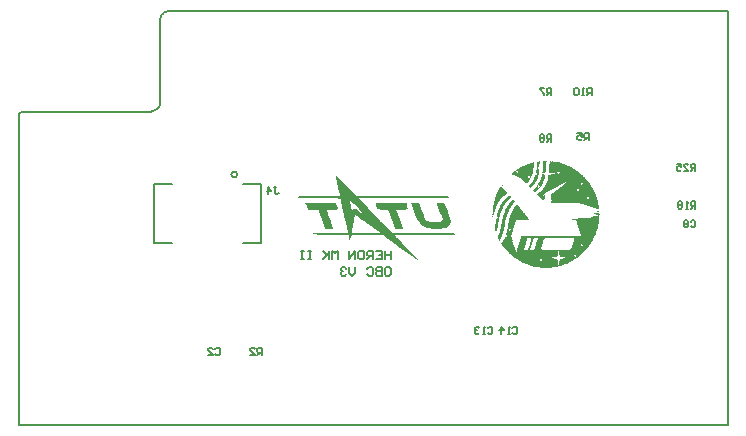
<source format=gbo>
G04*
G04 #@! TF.GenerationSoftware,Altium Limited,Altium Designer,18.1.9 (240)*
G04*
G04 Layer_Color=32896*
%FSLAX44Y44*%
%MOMM*%
G71*
G01*
G75*
%ADD10C,0.2000*%
%ADD19C,0.1500*%
%ADD20C,0.1520*%
G36*
X446654Y223078D02*
X446916D01*
Y222817D01*
Y222555D01*
Y222293D01*
Y222032D01*
X446654D01*
Y221770D01*
Y221509D01*
Y221247D01*
Y220986D01*
Y220724D01*
X446392D01*
Y220462D01*
Y220201D01*
Y219939D01*
Y219678D01*
Y219416D01*
Y219154D01*
Y218893D01*
Y218631D01*
X446131D01*
Y218370D01*
Y218108D01*
Y217846D01*
Y217585D01*
Y217323D01*
Y217062D01*
Y216800D01*
Y216538D01*
Y216277D01*
Y216015D01*
Y215753D01*
Y215492D01*
Y215230D01*
Y214969D01*
Y214707D01*
Y214445D01*
Y214184D01*
X445869D01*
Y213922D01*
Y213661D01*
Y213399D01*
X444561D01*
Y213137D01*
X443253D01*
Y213399D01*
Y213661D01*
Y213922D01*
X443515D01*
Y214184D01*
Y214445D01*
Y214707D01*
Y214969D01*
Y215230D01*
Y215492D01*
Y215753D01*
Y216015D01*
Y216277D01*
Y216538D01*
Y216800D01*
Y217062D01*
Y217323D01*
Y217585D01*
Y217846D01*
Y218108D01*
Y218370D01*
X443776D01*
Y218631D01*
Y218893D01*
Y219154D01*
Y219416D01*
Y219678D01*
Y219939D01*
Y220201D01*
Y220462D01*
Y220724D01*
Y220986D01*
Y221247D01*
X444038D01*
Y221509D01*
Y221770D01*
Y222032D01*
Y222293D01*
Y222555D01*
Y222817D01*
X444300D01*
Y223078D01*
X444823D01*
Y223340D01*
X445084D01*
Y223078D01*
X445346D01*
Y223340D01*
X445608D01*
Y223078D01*
X445869D01*
Y223340D01*
X446131D01*
Y223078D01*
X446392D01*
Y223340D01*
X446654D01*
Y223078D01*
D02*
G37*
G36*
X452671Y222817D02*
X452932D01*
Y222555D01*
X453194D01*
Y222817D01*
X453456D01*
Y222555D01*
X454763D01*
Y222293D01*
X455025D01*
Y222555D01*
X455287D01*
Y222293D01*
X455548D01*
Y222032D01*
X455810D01*
Y222293D01*
X456072D01*
Y222032D01*
X457379D01*
Y221770D01*
X457641D01*
Y222032D01*
X457903D01*
Y221770D01*
X458164D01*
Y221509D01*
X458949D01*
Y221247D01*
X459211D01*
Y221509D01*
X459472D01*
Y221247D01*
X459734D01*
Y220986D01*
X459995D01*
Y221247D01*
X460257D01*
Y220986D01*
X461042D01*
Y220724D01*
X461303D01*
Y220462D01*
X461565D01*
Y220724D01*
X461827D01*
Y220462D01*
X462611D01*
Y220201D01*
X462873D01*
Y219939D01*
X463658D01*
Y219678D01*
X463919D01*
Y219939D01*
X464181D01*
Y219678D01*
X464442D01*
Y219416D01*
X465227D01*
Y219154D01*
X465489D01*
Y218893D01*
X466274D01*
Y218631D01*
X466535D01*
Y218370D01*
X467320D01*
Y218108D01*
X467582D01*
Y217846D01*
X468367D01*
Y217585D01*
X468628D01*
Y217323D01*
X468890D01*
Y217062D01*
X469151D01*
Y216800D01*
X469936D01*
Y216538D01*
X470198D01*
Y216277D01*
X470982D01*
Y216015D01*
X471244D01*
Y215753D01*
X471506D01*
Y215492D01*
X471767D01*
Y215230D01*
X472552D01*
Y214969D01*
X472814D01*
Y214707D01*
X473075D01*
Y214445D01*
X473337D01*
Y214184D01*
X473598D01*
Y213922D01*
X474122D01*
Y213661D01*
X474645D01*
Y213399D01*
X474906D01*
Y213137D01*
X475168D01*
Y212876D01*
X475430D01*
Y212614D01*
X475691D01*
Y212353D01*
X475953D01*
Y212091D01*
X476214D01*
Y211830D01*
X476476D01*
Y211568D01*
X476999D01*
Y211306D01*
Y211045D01*
X477522D01*
Y210783D01*
Y210522D01*
X478046D01*
Y210260D01*
Y209998D01*
X478569D01*
Y209737D01*
Y209475D01*
X479092D01*
Y209214D01*
Y208952D01*
X479615D01*
Y208690D01*
Y208429D01*
X480138D01*
Y208167D01*
Y207906D01*
X480400D01*
Y207644D01*
X480662D01*
Y207382D01*
X480923D01*
Y207121D01*
X481185D01*
Y206859D01*
X481446D01*
Y206598D01*
X481708D01*
Y206336D01*
X481969D01*
Y206074D01*
X482231D01*
Y205813D01*
X482493D01*
Y205551D01*
X482231D01*
Y205290D01*
X482493D01*
Y205028D01*
X482754D01*
Y204767D01*
X483016D01*
Y204505D01*
X483278D01*
Y204243D01*
X483539D01*
Y203982D01*
Y203720D01*
X483801D01*
Y203458D01*
Y203197D01*
X484062D01*
Y202935D01*
X484324D01*
Y202674D01*
X484585D01*
Y202412D01*
Y202150D01*
X484847D01*
Y201889D01*
Y201627D01*
X485109D01*
Y201366D01*
X485370D01*
Y201104D01*
X485632D01*
Y200842D01*
X485370D01*
Y200581D01*
X485632D01*
Y200319D01*
X485893D01*
Y200058D01*
X486155D01*
Y199796D01*
Y199535D01*
Y199273D01*
X486417D01*
Y199011D01*
X486678D01*
Y198750D01*
Y198488D01*
X486940D01*
Y198227D01*
Y197965D01*
X487201D01*
Y197703D01*
Y197442D01*
Y197180D01*
X487463D01*
Y196919D01*
X487725D01*
Y196657D01*
Y196395D01*
Y196134D01*
X487986D01*
Y195872D01*
X488248D01*
Y195611D01*
X487986D01*
Y195349D01*
X488248D01*
Y195087D01*
X488509D01*
Y194826D01*
Y194564D01*
Y194303D01*
X488771D01*
Y194041D01*
Y193779D01*
Y193518D01*
X489033D01*
Y193256D01*
Y192995D01*
Y192733D01*
X489294D01*
Y192471D01*
Y192210D01*
Y191948D01*
X489556D01*
Y191687D01*
X489817D01*
Y191425D01*
X489556D01*
Y191163D01*
X489817D01*
Y190902D01*
Y190640D01*
Y190379D01*
X490079D01*
Y190117D01*
Y189855D01*
Y189594D01*
X490340D01*
Y189332D01*
Y189071D01*
Y188809D01*
Y188547D01*
Y188286D01*
X490602D01*
Y188024D01*
Y187763D01*
Y187501D01*
X490864D01*
Y187239D01*
X490602D01*
Y186978D01*
X490864D01*
Y186716D01*
Y186455D01*
Y186193D01*
Y185931D01*
Y185670D01*
X491125D01*
Y185408D01*
Y185147D01*
Y184885D01*
X491387D01*
Y184624D01*
X491125D01*
Y184362D01*
X491387D01*
Y184100D01*
X491125D01*
Y183839D01*
X491387D01*
Y183577D01*
X491125D01*
Y183316D01*
X491387D01*
Y183054D01*
Y182792D01*
Y182531D01*
X490079D01*
Y182792D01*
X489294D01*
Y183054D01*
X488509D01*
Y183316D01*
X487725D01*
Y183577D01*
X486940D01*
Y183839D01*
X486155D01*
Y184100D01*
X485109D01*
Y184362D01*
X484324D01*
Y184624D01*
X483539D01*
Y184885D01*
X482754D01*
Y185147D01*
X481969D01*
Y185408D01*
X481185D01*
Y185670D01*
X480400D01*
Y185931D01*
X479615D01*
Y186193D01*
X478830D01*
Y186455D01*
X478307D01*
Y186716D01*
X477522D01*
Y186978D01*
X476738D01*
Y187239D01*
X475430D01*
Y187501D01*
X467058D01*
Y187763D01*
X457379D01*
Y188024D01*
X450578D01*
Y188286D01*
X450840D01*
Y188547D01*
X451101D01*
Y188809D01*
Y189071D01*
X451363D01*
Y189332D01*
Y189594D01*
Y189855D01*
Y190117D01*
Y190379D01*
X451101D01*
Y190640D01*
Y190902D01*
Y191163D01*
Y191425D01*
Y191687D01*
Y191948D01*
Y192210D01*
X450840D01*
Y192471D01*
Y192733D01*
Y192995D01*
Y193256D01*
Y193518D01*
X450578D01*
Y193779D01*
Y194041D01*
Y194303D01*
Y194564D01*
X450840D01*
Y194826D01*
Y195087D01*
X451101D01*
Y195349D01*
X451624D01*
Y195611D01*
X451886D01*
Y195872D01*
X452147D01*
Y196134D01*
X452409D01*
Y196395D01*
X452932D01*
Y196657D01*
X453194D01*
Y196919D01*
X453456D01*
Y197180D01*
X453979D01*
Y197442D01*
X454240D01*
Y197703D01*
X454502D01*
Y197965D01*
X455025D01*
Y198227D01*
X455287D01*
Y198488D01*
X455548D01*
Y198750D01*
X456072D01*
Y199011D01*
X456333D01*
Y199273D01*
X456595D01*
Y199535D01*
X457118D01*
Y199796D01*
X457379D01*
Y200058D01*
X457641D01*
Y200319D01*
X458164D01*
Y200581D01*
X458426D01*
Y200842D01*
X458687D01*
Y201104D01*
X459211D01*
Y201366D01*
X459472D01*
Y201627D01*
X459734D01*
Y201889D01*
X460257D01*
Y202150D01*
X460519D01*
Y202412D01*
X460780D01*
Y202674D01*
X461303D01*
Y202935D01*
X461565D01*
Y203197D01*
X461827D01*
Y203458D01*
X462350D01*
Y203720D01*
X462611D01*
Y203982D01*
X462873D01*
Y204243D01*
X463134D01*
Y204505D01*
X463396D01*
Y204767D01*
Y205028D01*
X463658D01*
Y205290D01*
X463919D01*
Y205551D01*
X463134D01*
Y205290D01*
X462611D01*
Y205028D01*
X462088D01*
Y204767D01*
X461565D01*
Y204505D01*
X461303D01*
Y204243D01*
X460780D01*
Y203982D01*
X460257D01*
Y203720D01*
X459734D01*
Y203458D01*
X459211D01*
Y203197D01*
X458687D01*
Y202935D01*
X458164D01*
Y202674D01*
X457641D01*
Y202412D01*
X457379D01*
Y202150D01*
X456856D01*
Y201889D01*
X456333D01*
Y201627D01*
X455810D01*
Y201366D01*
X455287D01*
Y201104D01*
X454763D01*
Y200842D01*
X454240D01*
Y200581D01*
X453717D01*
Y200319D01*
X453456D01*
Y200058D01*
X452932D01*
Y199796D01*
X452409D01*
Y199535D01*
X451886D01*
Y199273D01*
X451363D01*
Y199011D01*
X450840D01*
Y198750D01*
X450316D01*
Y198488D01*
X449793D01*
Y198227D01*
X449532D01*
Y197965D01*
X449008D01*
Y197703D01*
X448485D01*
Y197442D01*
X447962D01*
Y197180D01*
X447439D01*
Y196919D01*
X446916D01*
Y196657D01*
X446392D01*
Y196395D01*
X446131D01*
Y196134D01*
X445869D01*
Y195872D01*
X445608D01*
Y195611D01*
X445346D01*
Y195349D01*
X445084D01*
Y195087D01*
X444823D01*
Y194826D01*
X444561D01*
Y194564D01*
X444038D01*
Y194303D01*
X443776D01*
Y194041D01*
X443515D01*
Y193779D01*
X443253D01*
Y193518D01*
X442730D01*
Y193256D01*
Y192995D01*
X443253D01*
Y193256D01*
X443776D01*
Y193518D01*
X444038D01*
Y193779D01*
X444561D01*
Y194041D01*
X445084D01*
Y194303D01*
X445346D01*
Y194564D01*
X445869D01*
Y194303D01*
Y194041D01*
Y193779D01*
Y193518D01*
Y193256D01*
Y192995D01*
Y192733D01*
Y192471D01*
Y192210D01*
Y191948D01*
Y191687D01*
X445608D01*
Y191425D01*
Y191163D01*
Y190902D01*
X445084D01*
Y190640D01*
X444561D01*
Y190379D01*
X443776D01*
Y190640D01*
X442992D01*
Y190902D01*
X442730D01*
Y191163D01*
X442468D01*
Y191425D01*
X442207D01*
Y191687D01*
X441945D01*
Y191948D01*
X441684D01*
Y192210D01*
Y192471D01*
X441422D01*
Y192733D01*
X441160D01*
Y192995D01*
X440899D01*
Y193256D01*
X440637D01*
Y193518D01*
X440376D01*
Y193779D01*
X440114D01*
Y194041D01*
X439852D01*
Y194303D01*
X439591D01*
Y194564D01*
X439329D01*
Y194826D01*
X439068D01*
Y195087D01*
X439329D01*
Y195349D01*
X439591D01*
Y195611D01*
X439852D01*
Y195872D01*
X440376D01*
Y196134D01*
X440637D01*
Y196395D01*
X440899D01*
Y196657D01*
X441160D01*
Y196919D01*
X441422D01*
Y197180D01*
X441684D01*
Y197442D01*
X441945D01*
Y197703D01*
X442207D01*
Y197965D01*
X442468D01*
Y198227D01*
X442730D01*
Y198488D01*
X442992D01*
Y198750D01*
X443253D01*
Y199011D01*
X443515D01*
Y199273D01*
X443776D01*
Y199535D01*
X444038D01*
Y199796D01*
Y200058D01*
X444300D01*
Y200319D01*
X444561D01*
Y200581D01*
X444823D01*
Y200842D01*
Y201104D01*
X445084D01*
Y201366D01*
X445346D01*
Y201627D01*
Y201889D01*
X445608D01*
Y202150D01*
Y202412D01*
X445869D01*
Y202674D01*
Y202935D01*
X446131D01*
Y203197D01*
Y203458D01*
X446392D01*
Y203720D01*
X446654D01*
Y203982D01*
Y204243D01*
Y204505D01*
X446916D01*
Y204767D01*
Y205028D01*
X447177D01*
Y205290D01*
Y205551D01*
Y205813D01*
X447439D01*
Y206074D01*
Y206336D01*
Y206598D01*
X447700D01*
Y206336D01*
X447962D01*
Y206598D01*
Y206859D01*
Y207121D01*
Y207382D01*
Y207644D01*
Y207906D01*
Y208167D01*
X448224D01*
Y208429D01*
Y208690D01*
Y208952D01*
Y209214D01*
Y209475D01*
Y209737D01*
X448485D01*
Y209998D01*
Y210260D01*
Y210522D01*
Y210783D01*
Y211045D01*
Y211306D01*
Y211568D01*
Y211830D01*
X450316D01*
Y212091D01*
X452147D01*
Y212353D01*
X453979D01*
Y212614D01*
Y212876D01*
X452671D01*
Y213137D01*
X450840D01*
Y213399D01*
X449008D01*
Y213661D01*
X448747D01*
Y213922D01*
Y214184D01*
Y214445D01*
Y214707D01*
Y214969D01*
Y215230D01*
Y215492D01*
Y215753D01*
Y216015D01*
Y216277D01*
X449008D01*
Y216538D01*
Y216800D01*
Y217062D01*
Y217323D01*
Y217585D01*
Y217846D01*
Y218108D01*
Y218370D01*
Y218631D01*
Y218893D01*
Y219154D01*
X449270D01*
Y219416D01*
Y219678D01*
Y219939D01*
Y220201D01*
Y220462D01*
Y220724D01*
Y220986D01*
X449532D01*
Y221247D01*
Y221509D01*
Y221770D01*
Y222032D01*
X449793D01*
Y222293D01*
Y222555D01*
Y222817D01*
Y223078D01*
X451101D01*
Y222817D01*
X451363D01*
Y223078D01*
X451624D01*
Y222817D01*
X451886D01*
Y223078D01*
X452147D01*
Y222817D01*
X452409D01*
Y223078D01*
X452671D01*
Y222817D01*
D02*
G37*
G36*
X441160D02*
Y222555D01*
Y222293D01*
Y222032D01*
Y221770D01*
Y221509D01*
Y221247D01*
Y220986D01*
X440899D01*
Y220724D01*
Y220462D01*
Y220201D01*
Y219939D01*
Y219678D01*
Y219416D01*
Y219154D01*
Y218893D01*
Y218631D01*
Y218370D01*
Y218108D01*
X440376D01*
Y217846D01*
X440114D01*
Y217585D01*
Y217323D01*
Y217062D01*
Y216800D01*
X440376D01*
Y216538D01*
X440899D01*
Y216277D01*
X440637D01*
Y216015D01*
Y215753D01*
Y215492D01*
Y215230D01*
Y214969D01*
Y214707D01*
Y214445D01*
Y214184D01*
Y213922D01*
Y213661D01*
X440376D01*
Y213399D01*
Y213137D01*
Y212876D01*
Y212614D01*
Y212353D01*
Y212091D01*
Y211830D01*
X440114D01*
Y211568D01*
Y211306D01*
Y211045D01*
Y210783D01*
X439852D01*
Y210522D01*
Y210260D01*
Y209998D01*
Y209737D01*
X439591D01*
Y209475D01*
Y209214D01*
Y208952D01*
X439329D01*
Y208690D01*
Y208429D01*
X439068D01*
Y208167D01*
Y207906D01*
Y207644D01*
X438806D01*
Y207382D01*
Y207121D01*
X438545D01*
Y206859D01*
Y206598D01*
X438283D01*
Y206336D01*
Y206074D01*
X438021D01*
Y205813D01*
Y205551D01*
X437760D01*
Y205290D01*
X437498D01*
Y205028D01*
Y204767D01*
X437237D01*
Y204505D01*
X436975D01*
Y204243D01*
Y203982D01*
X436713D01*
Y203720D01*
X436452D01*
Y203458D01*
X436190D01*
Y203197D01*
Y202935D01*
X435928D01*
Y202674D01*
X435667D01*
Y202412D01*
X435405D01*
Y202150D01*
X435144D01*
Y201889D01*
X434882D01*
Y201627D01*
X434621D01*
Y201366D01*
X434359D01*
Y201104D01*
X434097D01*
Y200842D01*
X433574D01*
Y200581D01*
X433312D01*
Y200842D01*
X433051D01*
Y201104D01*
X432789D01*
Y201366D01*
X432528D01*
Y201627D01*
X432266D01*
Y201889D01*
X432005D01*
Y202150D01*
Y202412D01*
X432266D01*
Y202674D01*
X432528D01*
Y202935D01*
X432789D01*
Y203197D01*
X433051D01*
Y203458D01*
X433312D01*
Y203720D01*
X433574D01*
Y203982D01*
X433836D01*
Y204243D01*
Y204505D01*
X434097D01*
Y204767D01*
X434359D01*
Y205028D01*
X434621D01*
Y205290D01*
Y205551D01*
X434882D01*
Y205813D01*
X435144D01*
Y206074D01*
Y206336D01*
X435405D01*
Y206598D01*
X435667D01*
Y206859D01*
Y207121D01*
X435928D01*
Y207382D01*
Y207644D01*
X436190D01*
Y207906D01*
Y208167D01*
X436452D01*
Y208429D01*
Y208690D01*
X436713D01*
Y208952D01*
Y209214D01*
Y209475D01*
X436975D01*
Y209737D01*
Y209998D01*
X437237D01*
Y210260D01*
Y210522D01*
Y210783D01*
X437498D01*
Y211045D01*
Y211306D01*
X437760D01*
Y211045D01*
X438545D01*
Y211306D01*
X439068D01*
Y211568D01*
Y211830D01*
Y212091D01*
Y212353D01*
Y212614D01*
X438545D01*
Y212876D01*
X438021D01*
Y213137D01*
Y213399D01*
Y213661D01*
Y213922D01*
X438283D01*
Y214184D01*
Y214445D01*
Y214707D01*
Y214969D01*
Y215230D01*
Y215492D01*
X438545D01*
Y215753D01*
Y216015D01*
Y216277D01*
Y216538D01*
Y216800D01*
Y217062D01*
Y217323D01*
Y217585D01*
Y217846D01*
Y218108D01*
Y218370D01*
X438806D01*
Y218631D01*
Y218893D01*
Y219154D01*
Y219416D01*
Y219678D01*
Y219939D01*
Y220201D01*
Y220462D01*
Y220724D01*
Y220986D01*
Y221247D01*
Y221509D01*
Y221770D01*
Y222032D01*
Y222293D01*
X439068D01*
Y222555D01*
Y222817D01*
X439329D01*
Y222555D01*
X439591D01*
Y222817D01*
X440899D01*
Y223078D01*
X441160D01*
Y222817D01*
D02*
G37*
G36*
X435928Y221770D02*
Y221509D01*
Y221247D01*
Y220986D01*
Y220724D01*
Y220462D01*
Y220201D01*
Y219939D01*
Y219678D01*
Y219416D01*
Y219154D01*
Y218893D01*
Y218631D01*
Y218370D01*
Y218108D01*
Y217846D01*
Y217585D01*
Y217323D01*
X435667D01*
Y217062D01*
Y216800D01*
Y216538D01*
Y216277D01*
Y216015D01*
Y215753D01*
Y215492D01*
Y215230D01*
X435405D01*
Y214969D01*
Y214707D01*
Y214445D01*
Y214184D01*
Y213922D01*
Y213661D01*
X435144D01*
Y213399D01*
Y213137D01*
Y212876D01*
Y212614D01*
X434882D01*
Y212353D01*
Y212091D01*
Y211830D01*
X434621D01*
Y211568D01*
Y211306D01*
Y211045D01*
X434359D01*
Y210783D01*
Y210522D01*
X434097D01*
Y210260D01*
Y209998D01*
Y209737D01*
X433836D01*
Y209475D01*
Y209214D01*
X433574D01*
Y208952D01*
Y208690D01*
X433312D01*
Y208429D01*
Y208167D01*
X433051D01*
Y207906D01*
Y207644D01*
X432789D01*
Y207382D01*
X432528D01*
Y207121D01*
Y206859D01*
X432266D01*
Y206598D01*
X432005D01*
Y206336D01*
X431743D01*
Y206074D01*
Y205813D01*
X431481D01*
Y205551D01*
X431220D01*
Y205290D01*
X430958D01*
Y205028D01*
X430697D01*
Y204767D01*
X430435D01*
Y204505D01*
X430173D01*
Y204243D01*
X429650D01*
Y204505D01*
X429389D01*
Y204767D01*
X429127D01*
Y205028D01*
X428865D01*
Y205290D01*
X428604D01*
Y205551D01*
X428342D01*
Y205813D01*
X428081D01*
Y206074D01*
X427819D01*
Y206336D01*
X427557D01*
Y206598D01*
X427296D01*
Y206859D01*
X427034D01*
Y207121D01*
X426773D01*
Y207382D01*
X426511D01*
Y207644D01*
X426249D01*
Y207906D01*
X425988D01*
Y208167D01*
X425465D01*
Y208429D01*
X425203D01*
Y208690D01*
X424680D01*
Y208952D01*
X424157D01*
Y209214D01*
X423633D01*
Y209475D01*
X422849D01*
Y209737D01*
X422326D01*
Y209998D01*
X421802D01*
Y210260D01*
X421279D01*
Y210522D01*
X420756D01*
Y210783D01*
X419971D01*
Y211045D01*
X419448D01*
Y211306D01*
X418925D01*
Y211568D01*
X418140D01*
Y211830D01*
X417617D01*
Y212091D01*
X417094D01*
Y212353D01*
X417355D01*
Y212614D01*
X417617D01*
Y212876D01*
X417878D01*
Y213137D01*
X418140D01*
Y213399D01*
X418401D01*
Y213661D01*
X418663D01*
Y213922D01*
X418925D01*
Y214184D01*
X419710D01*
Y214445D01*
X419971D01*
Y214707D01*
X420233D01*
Y214969D01*
X420494D01*
Y215230D01*
X421017D01*
Y215492D01*
X421279D01*
Y215753D01*
X421802D01*
Y216015D01*
X422064D01*
Y216277D01*
X422849D01*
Y216538D01*
X423110D01*
Y216800D01*
X423372D01*
Y217062D01*
X423633D01*
Y217323D01*
X424418D01*
Y217585D01*
X424680D01*
Y217846D01*
X425465D01*
Y218108D01*
X425726D01*
Y218370D01*
X426511D01*
Y218631D01*
X426773D01*
Y218893D01*
X427557D01*
Y219154D01*
X427819D01*
Y219416D01*
X428604D01*
Y219678D01*
X428865D01*
Y219939D01*
X429127D01*
Y219678D01*
X429389D01*
Y219939D01*
X430173D01*
Y220201D01*
X430435D01*
Y220462D01*
X431220D01*
Y220724D01*
X431481D01*
Y220986D01*
X431743D01*
Y220724D01*
X432005D01*
Y220986D01*
X432789D01*
Y221247D01*
X433574D01*
Y221509D01*
X434882D01*
Y221770D01*
X435144D01*
Y222032D01*
X435405D01*
Y221770D01*
X435667D01*
Y222032D01*
X435928D01*
Y221770D01*
D02*
G37*
G36*
X409246Y203458D02*
X409507D01*
Y203197D01*
Y202935D01*
X409769D01*
Y202674D01*
X410030D01*
Y202412D01*
Y202150D01*
X409769D01*
Y202412D01*
X408984D01*
Y202674D01*
X408722D01*
Y202935D01*
X408984D01*
Y203197D01*
Y203458D01*
Y203720D01*
X409246D01*
Y203458D01*
D02*
G37*
G36*
X445084Y211830D02*
X445869D01*
Y211568D01*
Y211306D01*
X445608D01*
Y211045D01*
Y210783D01*
Y210522D01*
Y210260D01*
Y209998D01*
Y209737D01*
X445346D01*
Y209475D01*
Y209214D01*
Y208952D01*
Y208690D01*
Y208429D01*
X445084D01*
Y208167D01*
Y207906D01*
Y207644D01*
X444823D01*
Y207382D01*
Y207121D01*
Y206859D01*
X444561D01*
Y206598D01*
Y206336D01*
Y206074D01*
X444300D01*
Y205813D01*
Y205551D01*
X444038D01*
Y205290D01*
Y205028D01*
Y204767D01*
X443776D01*
Y204505D01*
Y204243D01*
X443515D01*
Y203982D01*
Y203720D01*
X443253D01*
Y203458D01*
X442992D01*
Y203197D01*
Y202935D01*
X442730D01*
Y202674D01*
Y202412D01*
X442468D01*
Y202150D01*
X442207D01*
Y201889D01*
X441945D01*
Y201627D01*
Y201366D01*
X441684D01*
Y201104D01*
X441422D01*
Y200842D01*
X441160D01*
Y200581D01*
X440899D01*
Y200319D01*
X440637D01*
Y200058D01*
X440376D01*
Y199796D01*
Y199535D01*
X439852D01*
Y199273D01*
X439591D01*
Y199011D01*
X439329D01*
Y198750D01*
X439068D01*
Y198488D01*
X438806D01*
Y198227D01*
X438545D01*
Y197965D01*
X438021D01*
Y197703D01*
X437760D01*
Y197442D01*
X437237D01*
Y197180D01*
X436713D01*
Y197442D01*
X436452D01*
Y197703D01*
X436190D01*
Y197965D01*
X435928D01*
Y198227D01*
X435667D01*
Y198488D01*
X435405D01*
Y198750D01*
X435667D01*
Y199011D01*
X436190D01*
Y199273D01*
X436452D01*
Y199535D01*
X436713D01*
Y199796D01*
X436975D01*
Y200058D01*
X437237D01*
Y200319D01*
X437498D01*
Y200581D01*
X437760D01*
Y200842D01*
X438021D01*
Y201104D01*
Y201366D01*
X438283D01*
Y201627D01*
X438545D01*
Y201889D01*
X438806D01*
Y202150D01*
X439068D01*
Y202412D01*
Y202674D01*
X439329D01*
Y202935D01*
X439591D01*
Y203197D01*
X439852D01*
Y203458D01*
Y203720D01*
X440114D01*
Y203982D01*
Y204243D01*
X440376D01*
Y204505D01*
X440637D01*
Y204767D01*
Y205028D01*
X440899D01*
Y205290D01*
Y205551D01*
X441160D01*
Y205813D01*
Y206074D01*
X441422D01*
Y206336D01*
Y206598D01*
X441684D01*
Y206859D01*
Y207121D01*
Y207382D01*
X441945D01*
Y207644D01*
Y207906D01*
Y208167D01*
X442207D01*
Y208429D01*
Y208690D01*
Y208952D01*
X442468D01*
Y209214D01*
Y209475D01*
Y209737D01*
X442730D01*
Y209998D01*
Y210260D01*
Y210522D01*
Y210783D01*
X442992D01*
Y211045D01*
Y211306D01*
Y211568D01*
Y211830D01*
Y212091D01*
X445084D01*
Y211830D01*
D02*
G37*
G36*
X491648Y180961D02*
Y180700D01*
Y180438D01*
Y180176D01*
Y179915D01*
X491125D01*
Y180176D01*
X490340D01*
Y180438D01*
X489294D01*
Y180700D01*
X490079D01*
Y180961D01*
X491387D01*
Y181223D01*
X491648D01*
Y180961D01*
D02*
G37*
G36*
X408461Y201366D02*
X408722D01*
Y201104D01*
X408984D01*
Y200842D01*
X409246D01*
Y200581D01*
X409507D01*
Y200319D01*
X409769D01*
Y200058D01*
X410030D01*
Y199796D01*
X410292D01*
Y199535D01*
X410554D01*
Y199273D01*
X410815D01*
Y199011D01*
X411077D01*
Y198750D01*
X411338D01*
Y198488D01*
X411600D01*
Y198227D01*
X411862D01*
Y197965D01*
X412123D01*
Y197703D01*
X412385D01*
Y197442D01*
X412646D01*
Y197180D01*
X412908D01*
Y196919D01*
X413170D01*
Y196657D01*
X413431D01*
Y196395D01*
X413693D01*
Y196134D01*
X413954D01*
Y195872D01*
X413431D01*
Y195611D01*
X413170D01*
Y195349D01*
X412646D01*
Y195087D01*
X412385D01*
Y194826D01*
X411862D01*
Y194564D01*
X411600D01*
Y194303D01*
X411338D01*
Y194041D01*
X411077D01*
Y193779D01*
X410554D01*
Y193518D01*
X410292D01*
Y193256D01*
X410030D01*
Y192995D01*
X409769D01*
Y192733D01*
X409507D01*
Y192471D01*
X409246D01*
Y192210D01*
X408984D01*
Y191948D01*
X408722D01*
Y191687D01*
X408461D01*
Y191425D01*
Y191163D01*
X408199D01*
Y190902D01*
X407938D01*
Y190640D01*
X407676D01*
Y190379D01*
Y190117D01*
X407415D01*
Y189855D01*
X407153D01*
Y189594D01*
X406891D01*
Y189332D01*
Y189071D01*
X406630D01*
Y188809D01*
X406368D01*
Y188547D01*
Y188286D01*
X406106D01*
Y188024D01*
Y187763D01*
X405845D01*
Y187501D01*
Y187239D01*
X405583D01*
Y186978D01*
X405322D01*
Y186716D01*
Y186455D01*
X405060D01*
Y186193D01*
Y185931D01*
X404799D01*
Y185670D01*
Y185408D01*
X404537D01*
Y185147D01*
Y184885D01*
Y184624D01*
X404275D01*
Y184362D01*
Y184100D01*
X404014D01*
Y183839D01*
Y183577D01*
Y183316D01*
X403752D01*
Y183054D01*
Y182792D01*
X403490D01*
Y182531D01*
Y182269D01*
Y182008D01*
X403229D01*
Y181746D01*
Y181484D01*
Y181223D01*
X402967D01*
Y180961D01*
Y180700D01*
Y180438D01*
X402706D01*
Y180176D01*
Y179915D01*
Y179653D01*
Y179392D01*
X402444D01*
Y179130D01*
Y178868D01*
Y178607D01*
Y178345D01*
X402183D01*
Y178084D01*
Y177822D01*
Y177560D01*
Y177299D01*
X401921D01*
Y177037D01*
Y176776D01*
Y176514D01*
Y176252D01*
X401659D01*
Y175991D01*
Y175729D01*
Y175468D01*
Y175206D01*
Y174944D01*
X401398D01*
Y175206D01*
Y175468D01*
Y175729D01*
X401136D01*
Y175991D01*
X401398D01*
Y176252D01*
X401136D01*
Y176514D01*
X401398D01*
Y176776D01*
X401136D01*
Y177037D01*
X401398D01*
Y177299D01*
X401136D01*
Y177560D01*
X401398D01*
Y177822D01*
X401136D01*
Y178084D01*
X401398D01*
Y178345D01*
X401136D01*
Y178607D01*
X401398D01*
Y178868D01*
X401136D01*
Y179130D01*
X401398D01*
Y179392D01*
X401136D01*
Y179653D01*
X401398D01*
Y179915D01*
X401136D01*
Y180176D01*
X401398D01*
Y180438D01*
Y180700D01*
Y180961D01*
X401136D01*
Y181223D01*
X401398D01*
Y181484D01*
Y181746D01*
Y182008D01*
Y182269D01*
Y182531D01*
X401659D01*
Y182792D01*
X401398D01*
Y183054D01*
X401659D01*
Y183316D01*
Y183577D01*
Y183839D01*
X401921D01*
Y184100D01*
X401659D01*
Y184362D01*
X401921D01*
Y184624D01*
X401659D01*
Y184885D01*
X401921D01*
Y185147D01*
X401659D01*
Y185408D01*
X401921D01*
Y185670D01*
Y185931D01*
Y186193D01*
X402183D01*
Y186455D01*
Y186716D01*
Y186978D01*
Y187239D01*
Y187501D01*
X402444D01*
Y187763D01*
X402183D01*
Y188024D01*
X402444D01*
Y188286D01*
Y188547D01*
Y188809D01*
X402706D01*
Y189071D01*
Y189332D01*
Y189594D01*
X402967D01*
Y189855D01*
X402706D01*
Y190117D01*
X402967D01*
Y190379D01*
Y190640D01*
Y190902D01*
X403229D01*
Y191163D01*
Y191425D01*
Y191687D01*
X403490D01*
Y191948D01*
Y192210D01*
Y192471D01*
X403752D01*
Y192733D01*
Y192995D01*
Y193256D01*
X404014D01*
Y193518D01*
Y193779D01*
Y194041D01*
X404275D01*
Y194303D01*
X404537D01*
Y194564D01*
X404275D01*
Y194826D01*
X404537D01*
Y195087D01*
X404799D01*
Y195349D01*
Y195611D01*
Y195872D01*
X405060D01*
Y196134D01*
Y196395D01*
X405322D01*
Y196657D01*
Y196919D01*
X405583D01*
Y197180D01*
Y197442D01*
Y197703D01*
X405845D01*
Y197965D01*
X406106D01*
Y198227D01*
Y198488D01*
Y198750D01*
X406368D01*
Y199011D01*
X406630D01*
Y199273D01*
Y199535D01*
Y199796D01*
X406891D01*
Y200058D01*
X407153D01*
Y200319D01*
Y200581D01*
X407415D01*
Y200842D01*
Y201104D01*
X407676D01*
Y201366D01*
X407938D01*
Y201627D01*
X408461D01*
Y201366D01*
D02*
G37*
G36*
X416309Y193518D02*
X416570D01*
Y193256D01*
X416832D01*
Y192995D01*
X417094D01*
Y192733D01*
Y192471D01*
X416832D01*
Y192210D01*
X416309D01*
Y191948D01*
X416047D01*
Y191687D01*
X415786D01*
Y191425D01*
X415524D01*
Y191163D01*
X415262D01*
Y190902D01*
X415001D01*
Y190640D01*
X414739D01*
Y190379D01*
X414478D01*
Y190117D01*
X414216D01*
Y189855D01*
X413954D01*
Y189594D01*
X413693D01*
Y189332D01*
X413431D01*
Y189071D01*
X413170D01*
Y188809D01*
X412908D01*
Y188547D01*
Y188286D01*
X412646D01*
Y188024D01*
X412385D01*
Y187763D01*
X412123D01*
Y187501D01*
Y187239D01*
X411862D01*
Y186978D01*
X411600D01*
Y186716D01*
Y186455D01*
X411338D01*
Y186193D01*
X411077D01*
Y185931D01*
Y185670D01*
X410815D01*
Y185408D01*
Y185147D01*
X410554D01*
Y184885D01*
X410292D01*
Y184624D01*
Y184362D01*
X410030D01*
Y184100D01*
Y183839D01*
X409769D01*
Y183577D01*
Y183316D01*
Y183054D01*
X409507D01*
Y182792D01*
Y182531D01*
X409246D01*
Y182269D01*
Y182008D01*
X408984D01*
Y181746D01*
Y181484D01*
Y181223D01*
X408722D01*
Y180961D01*
Y180700D01*
X408461D01*
Y180438D01*
Y180176D01*
Y179915D01*
X408199D01*
Y179653D01*
Y179392D01*
Y179130D01*
X407938D01*
Y178868D01*
Y178607D01*
Y178345D01*
X407676D01*
Y178084D01*
Y177822D01*
Y177560D01*
Y177299D01*
X407415D01*
Y177037D01*
Y176776D01*
Y176514D01*
X407153D01*
Y176252D01*
Y175991D01*
Y175729D01*
Y175468D01*
X406891D01*
Y175206D01*
Y174944D01*
Y174683D01*
Y174421D01*
Y174160D01*
X406630D01*
Y173898D01*
Y173636D01*
Y173375D01*
Y173113D01*
Y172852D01*
X406368D01*
Y172590D01*
Y172328D01*
Y172067D01*
Y171805D01*
Y171544D01*
X406106D01*
Y171282D01*
Y171021D01*
Y170759D01*
Y170497D01*
Y170236D01*
Y169974D01*
X405845D01*
Y169713D01*
Y169451D01*
Y169189D01*
Y168928D01*
Y168666D01*
Y168405D01*
Y168143D01*
X405583D01*
Y167881D01*
Y167620D01*
Y167358D01*
Y167097D01*
Y166835D01*
X405322D01*
Y166573D01*
Y166312D01*
Y166050D01*
Y165789D01*
X405060D01*
Y165527D01*
Y165265D01*
Y165004D01*
Y164742D01*
X404799D01*
Y164481D01*
Y164219D01*
Y163957D01*
X404537D01*
Y163696D01*
Y163434D01*
Y163173D01*
X404275D01*
Y162911D01*
Y162649D01*
X403752D01*
Y162911D01*
X404014D01*
Y163173D01*
X403752D01*
Y163434D01*
Y163696D01*
Y163957D01*
X403490D01*
Y164219D01*
X403229D01*
Y164481D01*
X403490D01*
Y164742D01*
X403229D01*
Y165004D01*
Y165265D01*
Y165527D01*
X402967D01*
Y165789D01*
X402706D01*
Y166050D01*
X402967D01*
Y166312D01*
X402706D01*
Y166573D01*
Y166835D01*
X402967D01*
Y167097D01*
Y167358D01*
Y167620D01*
X403229D01*
Y167881D01*
Y168143D01*
Y168405D01*
Y168666D01*
X403490D01*
Y168928D01*
Y169189D01*
Y169451D01*
Y169713D01*
Y169974D01*
Y170236D01*
X403752D01*
Y170497D01*
Y170759D01*
Y171021D01*
Y171282D01*
Y171544D01*
Y171805D01*
X404014D01*
Y172067D01*
Y172328D01*
Y172590D01*
Y172852D01*
Y173113D01*
Y173375D01*
Y173636D01*
X404275D01*
Y173898D01*
Y174160D01*
Y174421D01*
Y174683D01*
X404537D01*
Y174421D01*
X405322D01*
Y174683D01*
X405583D01*
Y174944D01*
X405845D01*
Y175206D01*
Y175468D01*
Y175729D01*
X405583D01*
Y175991D01*
X405322D01*
Y176252D01*
X404799D01*
Y176514D01*
Y176776D01*
Y177037D01*
Y177299D01*
X405060D01*
Y177560D01*
Y177822D01*
Y178084D01*
Y178345D01*
X405322D01*
Y178607D01*
Y178868D01*
Y179130D01*
X405583D01*
Y179392D01*
Y179653D01*
Y179915D01*
Y180176D01*
X405845D01*
Y180438D01*
Y180700D01*
Y180961D01*
X406106D01*
Y181223D01*
Y181484D01*
Y181746D01*
X406368D01*
Y182008D01*
Y182269D01*
Y182531D01*
X406630D01*
Y182792D01*
Y183054D01*
X406891D01*
Y183316D01*
Y183577D01*
X407153D01*
Y183839D01*
Y184100D01*
Y184362D01*
X407415D01*
Y184624D01*
Y184885D01*
X407676D01*
Y185147D01*
Y185408D01*
X407938D01*
Y185670D01*
Y185931D01*
X408199D01*
Y186193D01*
Y186455D01*
X408461D01*
Y186716D01*
X408722D01*
Y186978D01*
Y187239D01*
X408984D01*
Y187501D01*
X409246D01*
Y187763D01*
Y188024D01*
X409507D01*
Y188286D01*
X409769D01*
Y188547D01*
Y188809D01*
X410030D01*
Y189071D01*
X410292D01*
Y189332D01*
X410554D01*
Y189594D01*
Y189855D01*
X410815D01*
Y190117D01*
X411077D01*
Y190379D01*
X411338D01*
Y190640D01*
X411600D01*
Y190902D01*
X411862D01*
Y191163D01*
X412123D01*
Y191425D01*
X412385D01*
Y191687D01*
X412908D01*
Y191948D01*
X413170D01*
Y192210D01*
X413431D01*
Y192471D01*
X413693D01*
Y192733D01*
X414216D01*
Y192995D01*
X414478D01*
Y193256D01*
X415001D01*
Y193518D01*
X415524D01*
Y193779D01*
X416309D01*
Y193518D01*
D02*
G37*
G36*
X422326Y186193D02*
Y185931D01*
X422587D01*
Y185670D01*
X422849D01*
Y185408D01*
X423110D01*
Y185147D01*
X423372D01*
Y184885D01*
Y184624D01*
X423633D01*
Y184362D01*
X423895D01*
Y184100D01*
X424157D01*
Y183839D01*
X424418D01*
Y183577D01*
Y183316D01*
X424680D01*
Y183054D01*
X424941D01*
Y182792D01*
X425203D01*
Y182531D01*
X425465D01*
Y182269D01*
Y182008D01*
X425726D01*
Y181746D01*
X425988D01*
Y181484D01*
X426249D01*
Y181223D01*
X426511D01*
Y180961D01*
Y180700D01*
X426773D01*
Y180438D01*
X427034D01*
Y180176D01*
X427296D01*
Y179915D01*
Y179653D01*
X427557D01*
Y179392D01*
X427819D01*
Y179130D01*
X428081D01*
Y178868D01*
X428342D01*
Y178607D01*
Y178345D01*
X428604D01*
Y178084D01*
X428865D01*
Y177822D01*
X429127D01*
Y177560D01*
X429389D01*
Y177299D01*
Y177037D01*
X429650D01*
Y176776D01*
X429912D01*
Y176514D01*
X430173D01*
Y176252D01*
X430435D01*
Y175991D01*
Y175729D01*
X430697D01*
Y175468D01*
X430958D01*
Y175206D01*
X431220D01*
Y174944D01*
X431481D01*
Y174683D01*
Y174421D01*
X431743D01*
Y174160D01*
X432005D01*
Y173898D01*
X432266D01*
Y173636D01*
X432528D01*
Y173375D01*
X432266D01*
Y173636D01*
X421279D01*
Y173375D01*
X421017D01*
Y173113D01*
Y172852D01*
Y172590D01*
X420756D01*
Y172328D01*
Y172067D01*
Y171805D01*
Y171544D01*
X420494D01*
Y171282D01*
Y171021D01*
Y170759D01*
X420233D01*
Y170497D01*
Y170236D01*
Y169974D01*
X419971D01*
Y169713D01*
Y169451D01*
Y169189D01*
X419710D01*
Y168928D01*
Y168666D01*
Y168405D01*
Y168143D01*
X419448D01*
Y167881D01*
Y167620D01*
Y167358D01*
X419186D01*
Y167097D01*
Y166835D01*
Y166573D01*
X418925D01*
Y166312D01*
Y166050D01*
Y165789D01*
X418663D01*
Y165527D01*
Y165265D01*
Y165004D01*
Y164742D01*
X418401D01*
Y164481D01*
Y164219D01*
Y163957D01*
X418140D01*
Y163696D01*
Y163434D01*
Y163173D01*
X417878D01*
Y162911D01*
Y162649D01*
Y162388D01*
X417617D01*
Y162126D01*
Y161865D01*
Y161603D01*
Y161341D01*
X417355D01*
Y161080D01*
Y160818D01*
Y160557D01*
X417094D01*
Y160295D01*
Y160033D01*
Y159772D01*
Y159510D01*
Y159249D01*
X417355D01*
Y158987D01*
Y158726D01*
Y158464D01*
X417617D01*
Y158202D01*
Y157941D01*
Y157679D01*
Y157417D01*
X417878D01*
Y157156D01*
Y156894D01*
Y156633D01*
X418140D01*
Y156371D01*
Y156110D01*
Y155848D01*
Y155586D01*
X417878D01*
Y155325D01*
Y155063D01*
Y154802D01*
Y154540D01*
Y154278D01*
X418140D01*
Y154017D01*
Y153755D01*
Y153493D01*
X418401D01*
Y153232D01*
Y152970D01*
Y152709D01*
Y152447D01*
X418663D01*
Y152185D01*
X419448D01*
Y151924D01*
Y151662D01*
X419710D01*
Y151401D01*
Y151139D01*
Y150878D01*
X419971D01*
Y150616D01*
Y150354D01*
Y150093D01*
Y149831D01*
X420233D01*
Y149570D01*
Y149308D01*
Y149046D01*
X420494D01*
Y148785D01*
Y148523D01*
Y148262D01*
X420756D01*
Y148000D01*
Y147738D01*
Y147477D01*
X421017D01*
Y147215D01*
Y146954D01*
Y146692D01*
Y146430D01*
X421541D01*
Y146692D01*
Y146954D01*
X421802D01*
Y147215D01*
Y147477D01*
Y147738D01*
Y148000D01*
X422064D01*
Y148262D01*
Y148523D01*
Y148785D01*
X422326D01*
Y149046D01*
Y149308D01*
Y149570D01*
X422587D01*
Y149831D01*
Y150093D01*
Y150354D01*
X422849D01*
Y150616D01*
Y150878D01*
Y151139D01*
X423110D01*
Y151401D01*
Y151662D01*
Y151924D01*
Y152185D01*
X423372D01*
Y152447D01*
Y152709D01*
Y152970D01*
X423633D01*
Y153232D01*
Y153493D01*
Y153755D01*
X423895D01*
Y154017D01*
Y154278D01*
Y154540D01*
X424157D01*
Y154802D01*
Y155063D01*
Y155325D01*
Y155586D01*
X424418D01*
Y155848D01*
Y156110D01*
Y156371D01*
X424680D01*
Y156633D01*
Y156894D01*
Y157156D01*
X424941D01*
Y157417D01*
Y157679D01*
Y157941D01*
X425203D01*
Y158202D01*
Y158464D01*
Y158726D01*
Y158987D01*
X425465D01*
Y159249D01*
Y159510D01*
Y159772D01*
X476214D01*
Y160033D01*
X475953D01*
Y160295D01*
Y160557D01*
Y160818D01*
X475691D01*
Y161080D01*
Y161341D01*
Y161603D01*
Y161865D01*
X475430D01*
Y162126D01*
Y162388D01*
Y162649D01*
X475168D01*
Y162911D01*
Y163173D01*
Y163434D01*
X474906D01*
Y163696D01*
Y163957D01*
Y164219D01*
X474645D01*
Y164481D01*
Y164742D01*
Y165004D01*
Y165265D01*
X474383D01*
Y165527D01*
Y165789D01*
Y166050D01*
X474122D01*
Y166312D01*
Y166573D01*
Y166835D01*
X473860D01*
Y167097D01*
Y167358D01*
Y167620D01*
X473598D01*
Y167881D01*
Y168143D01*
Y168405D01*
Y168666D01*
X473337D01*
Y168928D01*
Y169189D01*
Y169451D01*
X473075D01*
Y169713D01*
Y169974D01*
Y170236D01*
X472814D01*
Y170497D01*
Y170759D01*
Y171021D01*
X472552D01*
Y171282D01*
Y171544D01*
Y171805D01*
Y172067D01*
X472290D01*
Y172328D01*
Y172590D01*
Y172852D01*
X472029D01*
Y173113D01*
Y173375D01*
X471767D01*
Y173636D01*
X468628D01*
Y173898D01*
X469936D01*
Y174160D01*
X470982D01*
Y174421D01*
X473337D01*
Y174683D01*
X477261D01*
Y174944D01*
X480923D01*
Y175206D01*
X484585D01*
Y175468D01*
X486940D01*
Y175729D01*
Y175991D01*
X486678D01*
Y176252D01*
X486155D01*
Y176514D01*
X485893D01*
Y176776D01*
X485632D01*
Y177037D01*
X485370D01*
Y177299D01*
X485632D01*
Y177037D01*
X488248D01*
Y176776D01*
X490340D01*
Y177037D01*
Y177299D01*
X489556D01*
Y177560D01*
X489294D01*
Y177822D01*
X488771D01*
Y178084D01*
X488509D01*
Y178345D01*
X487986D01*
Y178607D01*
X487463D01*
Y178868D01*
X491387D01*
Y178607D01*
X491910D01*
Y178345D01*
X491648D01*
Y178084D01*
X491910D01*
Y177822D01*
X491648D01*
Y177560D01*
X491910D01*
Y177299D01*
X491648D01*
Y177037D01*
Y176776D01*
Y176514D01*
Y176252D01*
Y175991D01*
Y175729D01*
Y175468D01*
Y175206D01*
Y174944D01*
Y174683D01*
Y174421D01*
X491387D01*
Y174160D01*
Y173898D01*
Y173636D01*
X491648D01*
Y173375D01*
X491387D01*
Y173113D01*
Y172852D01*
Y172590D01*
Y172328D01*
Y172067D01*
X491125D01*
Y171805D01*
X491387D01*
Y171544D01*
X491125D01*
Y171282D01*
Y171021D01*
Y170759D01*
Y170497D01*
Y170236D01*
X490864D01*
Y169974D01*
Y169713D01*
Y169451D01*
X490602D01*
Y169189D01*
X490864D01*
Y168928D01*
X490602D01*
Y168666D01*
X490864D01*
Y168405D01*
X490602D01*
Y168143D01*
Y167881D01*
Y167620D01*
X490340D01*
Y167358D01*
Y167097D01*
Y166835D01*
X490079D01*
Y166573D01*
X490340D01*
Y166312D01*
X490079D01*
Y166050D01*
Y165789D01*
Y165527D01*
X489817D01*
Y165265D01*
Y165004D01*
Y164742D01*
X489556D01*
Y164481D01*
Y164219D01*
Y163957D01*
X489294D01*
Y163696D01*
X489033D01*
Y163434D01*
X489294D01*
Y163173D01*
X489033D01*
Y162911D01*
Y162649D01*
Y162388D01*
X488771D01*
Y162126D01*
Y161865D01*
Y161603D01*
X488509D01*
Y161341D01*
Y161080D01*
Y160818D01*
X488248D01*
Y160557D01*
X487986D01*
Y160295D01*
X488248D01*
Y160033D01*
X487986D01*
Y159772D01*
X487725D01*
Y159510D01*
X487463D01*
Y159249D01*
X487725D01*
Y158987D01*
X487463D01*
Y158726D01*
X487201D01*
Y158464D01*
X486940D01*
Y158202D01*
X487201D01*
Y157941D01*
X486940D01*
Y157679D01*
X486678D01*
Y157417D01*
Y157156D01*
Y156894D01*
X486417D01*
Y156633D01*
X486155D01*
Y156371D01*
X485893D01*
Y156110D01*
X486155D01*
Y155848D01*
X485893D01*
Y155586D01*
X485632D01*
Y155325D01*
X485370D01*
Y155063D01*
Y154802D01*
Y154540D01*
X485109D01*
Y154278D01*
X484847D01*
Y154017D01*
X484585D01*
Y153755D01*
X484324D01*
Y153493D01*
X484585D01*
Y153232D01*
X484324D01*
Y152970D01*
X484062D01*
Y152709D01*
X483801D01*
Y152447D01*
X483539D01*
Y152185D01*
X483278D01*
Y151924D01*
Y151662D01*
Y151401D01*
X483016D01*
Y151139D01*
X482754D01*
Y150878D01*
X482493D01*
Y150616D01*
X482231D01*
Y150354D01*
X481969D01*
Y150093D01*
X481708D01*
Y149831D01*
X481969D01*
Y149570D01*
X481446D01*
Y149308D01*
Y149046D01*
X481185D01*
Y148785D01*
X480923D01*
Y148523D01*
X480662D01*
Y148262D01*
X480400D01*
Y148000D01*
X480138D01*
Y147738D01*
X479877D01*
Y147477D01*
X479615D01*
Y147215D01*
X479353D01*
Y146954D01*
X479092D01*
Y146692D01*
X478830D01*
Y146430D01*
X478569D01*
Y146169D01*
X478307D01*
Y145907D01*
X478046D01*
Y145646D01*
X477784D01*
Y145384D01*
X477522D01*
Y145122D01*
X477261D01*
Y144861D01*
X476999D01*
Y144599D01*
X476738D01*
Y144338D01*
X476476D01*
Y144076D01*
X476214D01*
Y143814D01*
X475953D01*
Y143553D01*
X475691D01*
Y143291D01*
X475168D01*
Y143030D01*
Y142768D01*
X474383D01*
Y142507D01*
X474122D01*
Y142245D01*
X473860D01*
Y141983D01*
X473598D01*
Y141722D01*
X473337D01*
Y141460D01*
X473075D01*
Y141199D01*
X472290D01*
Y140937D01*
X472029D01*
Y140675D01*
X471767D01*
Y140414D01*
X471506D01*
Y140152D01*
X470721D01*
Y139890D01*
X470459D01*
Y139629D01*
X470198D01*
Y139367D01*
X469936D01*
Y139106D01*
X469151D01*
Y138844D01*
X468890D01*
Y138582D01*
X468105D01*
Y138321D01*
X467843D01*
Y138059D01*
X467582D01*
Y137798D01*
X467320D01*
Y138059D01*
X467058D01*
Y137798D01*
X466797D01*
Y137536D01*
X466012D01*
Y137275D01*
X465751D01*
Y137013D01*
X464966D01*
Y136751D01*
X464704D01*
Y136490D01*
X463919D01*
Y136228D01*
X463658D01*
Y135967D01*
X462873D01*
Y135705D01*
X462611D01*
Y135967D01*
X462350D01*
Y135705D01*
X462088D01*
Y135443D01*
X461303D01*
Y135182D01*
X461042D01*
Y135443D01*
X460780D01*
Y135182D01*
X461042D01*
Y134920D01*
X460780D01*
Y135182D01*
X460519D01*
Y134920D01*
X459734D01*
Y134659D01*
X459472D01*
Y134920D01*
X459211D01*
Y134659D01*
X458949D01*
Y134397D01*
X457641D01*
Y134135D01*
X456856D01*
Y133874D01*
X455548D01*
Y133612D01*
X455287D01*
Y133874D01*
X455025D01*
Y133612D01*
X454240D01*
Y133351D01*
X453979D01*
Y133612D01*
X453717D01*
Y133351D01*
X452409D01*
Y133089D01*
X452147D01*
Y133351D01*
X451886D01*
Y133089D01*
X451624D01*
Y133351D01*
X451363D01*
Y133089D01*
X451624D01*
Y132827D01*
X451363D01*
Y133089D01*
X451101D01*
Y132827D01*
X450840D01*
Y133089D01*
X450578D01*
Y132827D01*
X450316D01*
Y133089D01*
X450055D01*
Y132827D01*
X442992D01*
Y133089D01*
X442730D01*
Y132827D01*
X442468D01*
Y133089D01*
X442207D01*
Y132827D01*
X441945D01*
Y133089D01*
X441160D01*
Y133351D01*
X440899D01*
Y133089D01*
X440637D01*
Y133351D01*
X438806D01*
Y133612D01*
X438545D01*
Y133351D01*
X438283D01*
Y133612D01*
X437498D01*
Y133874D01*
X437237D01*
Y133612D01*
X436975D01*
Y133874D01*
X436190D01*
Y134135D01*
X435928D01*
Y133874D01*
X435667D01*
Y134135D01*
X435405D01*
Y134397D01*
X434097D01*
Y134659D01*
X433312D01*
Y134920D01*
X432528D01*
Y135182D01*
X432266D01*
Y134920D01*
X432005D01*
Y135182D01*
X431743D01*
Y135443D01*
X430958D01*
Y135705D01*
X430173D01*
Y135967D01*
X429389D01*
Y136228D01*
X429127D01*
Y136490D01*
X428342D01*
Y136751D01*
X428081D01*
Y137013D01*
X427819D01*
Y136751D01*
X427557D01*
Y137013D01*
X427296D01*
Y137275D01*
X426511D01*
Y137536D01*
X426249D01*
Y137798D01*
X425988D01*
Y138059D01*
X425726D01*
Y137798D01*
X425465D01*
Y138059D01*
X425203D01*
Y138321D01*
X424941D01*
Y138582D01*
X424157D01*
Y138844D01*
X423895D01*
Y139106D01*
X423110D01*
Y139367D01*
X422849D01*
Y139629D01*
X422587D01*
Y139890D01*
X422064D01*
Y140152D01*
X421541D01*
Y140414D01*
X421279D01*
Y140675D01*
X420756D01*
Y140937D01*
Y141199D01*
X419971D01*
Y141460D01*
X419710D01*
Y141722D01*
X419448D01*
Y141983D01*
X419186D01*
Y142245D01*
X418663D01*
Y142507D01*
X418401D01*
Y142768D01*
X417878D01*
Y143030D01*
X417617D01*
Y143291D01*
X417355D01*
Y143553D01*
X417094D01*
Y143814D01*
X416832D01*
Y144076D01*
X416570D01*
Y144338D01*
X416309D01*
Y144599D01*
X416047D01*
Y144861D01*
X415524D01*
Y145122D01*
Y145384D01*
X414739D01*
Y145646D01*
X415001D01*
Y145907D01*
X414478D01*
Y146169D01*
Y146430D01*
X413954D01*
Y146692D01*
Y146954D01*
X413431D01*
Y147215D01*
Y147477D01*
X413170D01*
Y147738D01*
X412908D01*
Y148000D01*
X412646D01*
Y148262D01*
X412385D01*
Y148523D01*
X412123D01*
Y148785D01*
X411862D01*
Y149046D01*
X411600D01*
Y149308D01*
X411338D01*
Y149570D01*
X411077D01*
Y149831D01*
Y150093D01*
X410815D01*
Y150354D01*
Y150616D01*
X410554D01*
Y150878D01*
X410292D01*
Y151139D01*
X410030D01*
Y151401D01*
X409769D01*
Y151662D01*
X409507D01*
Y151924D01*
X409769D01*
Y152185D01*
X409246D01*
Y152447D01*
Y152709D01*
X408984D01*
Y152970D01*
X408722D01*
Y153232D01*
X408461D01*
Y153493D01*
X408984D01*
Y153755D01*
Y154017D01*
X409246D01*
Y154278D01*
X409507D01*
Y154540D01*
Y154802D01*
X409769D01*
Y155063D01*
X410030D01*
Y155325D01*
Y155586D01*
X410292D01*
Y155848D01*
Y156110D01*
X410554D01*
Y156371D01*
Y156633D01*
X410815D01*
Y156894D01*
X411077D01*
Y157156D01*
Y157417D01*
X411338D01*
Y157679D01*
Y157941D01*
Y158202D01*
X411600D01*
Y158464D01*
Y158726D01*
X411862D01*
Y158987D01*
Y159249D01*
X412123D01*
Y158987D01*
X413431D01*
Y159249D01*
Y159510D01*
X413693D01*
Y159772D01*
Y160033D01*
Y160295D01*
X413431D01*
Y160557D01*
X412908D01*
Y160818D01*
X412646D01*
Y161080D01*
Y161341D01*
Y161603D01*
X412908D01*
Y161865D01*
Y162126D01*
Y162388D01*
X413170D01*
Y162649D01*
Y162911D01*
Y163173D01*
Y163434D01*
X413431D01*
Y163696D01*
Y163957D01*
Y164219D01*
Y164481D01*
Y164742D01*
X413693D01*
Y165004D01*
Y165265D01*
Y165527D01*
Y165789D01*
Y166050D01*
X413954D01*
Y166312D01*
Y166573D01*
Y166835D01*
Y167097D01*
Y167358D01*
Y167620D01*
Y167881D01*
X414216D01*
Y168143D01*
Y168405D01*
Y168666D01*
Y168928D01*
Y169189D01*
Y169451D01*
X414478D01*
Y169713D01*
Y169974D01*
Y170236D01*
Y170497D01*
Y170759D01*
X414739D01*
Y171021D01*
Y171282D01*
Y171544D01*
Y171805D01*
Y172067D01*
X415001D01*
Y172328D01*
Y172590D01*
Y172852D01*
Y173113D01*
X415262D01*
Y173375D01*
Y173636D01*
Y173898D01*
Y174160D01*
X415524D01*
Y174421D01*
Y174683D01*
Y174944D01*
X415786D01*
Y175206D01*
Y175468D01*
Y175729D01*
X416047D01*
Y175991D01*
Y176252D01*
Y176514D01*
Y176776D01*
X416309D01*
Y177037D01*
Y177299D01*
X416570D01*
Y177560D01*
Y177822D01*
Y178084D01*
X416832D01*
Y178345D01*
Y178607D01*
X417094D01*
Y178868D01*
Y179130D01*
Y179392D01*
X417355D01*
Y179653D01*
Y179915D01*
X417617D01*
Y180176D01*
Y180438D01*
X417878D01*
Y180700D01*
Y180961D01*
X418140D01*
Y181223D01*
Y181484D01*
X418401D01*
Y181746D01*
Y182008D01*
X418663D01*
Y182269D01*
X418925D01*
Y182531D01*
Y182792D01*
X419186D01*
Y183054D01*
Y183316D01*
X419448D01*
Y183577D01*
X419710D01*
Y183839D01*
Y184100D01*
X419971D01*
Y184362D01*
X420233D01*
Y184624D01*
X420494D01*
Y184885D01*
X420756D01*
Y185147D01*
Y185408D01*
X421017D01*
Y185670D01*
X421279D01*
Y185931D01*
X421541D01*
Y186193D01*
X421802D01*
Y186455D01*
X422326D01*
Y186193D01*
D02*
G37*
G36*
X419186Y190117D02*
X419448D01*
Y189855D01*
Y189594D01*
X419710D01*
Y189332D01*
X419971D01*
Y189071D01*
X420233D01*
Y188809D01*
Y188547D01*
X419971D01*
Y188286D01*
X419710D01*
Y188024D01*
X419448D01*
Y187763D01*
X419186D01*
Y187501D01*
X418925D01*
Y187239D01*
Y186978D01*
X418663D01*
Y186716D01*
X418401D01*
Y186455D01*
X418140D01*
Y186193D01*
X417878D01*
Y185931D01*
Y185670D01*
X417617D01*
Y185408D01*
X417355D01*
Y185147D01*
X417094D01*
Y184885D01*
Y184624D01*
X416832D01*
Y184362D01*
X416570D01*
Y184100D01*
Y183839D01*
X416309D01*
Y183577D01*
Y183316D01*
X416047D01*
Y183054D01*
X415786D01*
Y182792D01*
Y182531D01*
X415524D01*
Y182269D01*
Y182008D01*
X415262D01*
Y181746D01*
Y181484D01*
X415001D01*
Y181223D01*
Y180961D01*
X414739D01*
Y180700D01*
Y180438D01*
X414478D01*
Y180176D01*
Y179915D01*
Y179653D01*
X414216D01*
Y179392D01*
Y179130D01*
X413954D01*
Y178868D01*
Y178607D01*
Y178345D01*
X413693D01*
Y178084D01*
Y177822D01*
Y177560D01*
X413431D01*
Y177299D01*
Y177037D01*
Y176776D01*
X413170D01*
Y176514D01*
Y176252D01*
Y175991D01*
X412908D01*
Y175729D01*
Y175468D01*
Y175206D01*
X412646D01*
Y174944D01*
Y174683D01*
Y174421D01*
Y174160D01*
X412385D01*
Y173898D01*
Y173636D01*
Y173375D01*
Y173113D01*
X412123D01*
Y172852D01*
Y172590D01*
Y172328D01*
Y172067D01*
X411862D01*
Y171805D01*
Y171544D01*
Y171282D01*
Y171021D01*
Y170759D01*
X411600D01*
Y170497D01*
Y170236D01*
Y169974D01*
Y169713D01*
Y169451D01*
X411338D01*
Y169189D01*
Y168928D01*
Y168666D01*
Y168405D01*
Y168143D01*
Y167881D01*
Y167620D01*
X411077D01*
Y167358D01*
Y167097D01*
Y166835D01*
Y166573D01*
Y166312D01*
Y166050D01*
X410815D01*
Y165789D01*
Y165527D01*
Y165265D01*
Y165004D01*
Y164742D01*
X410554D01*
Y164481D01*
Y164219D01*
Y163957D01*
Y163696D01*
X410292D01*
Y163434D01*
Y163173D01*
Y162911D01*
Y162649D01*
X410030D01*
Y162388D01*
Y162126D01*
Y161865D01*
X409769D01*
Y161603D01*
Y161341D01*
Y161080D01*
X409507D01*
Y160818D01*
Y160557D01*
Y160295D01*
X409246D01*
Y160033D01*
Y159772D01*
X408984D01*
Y159510D01*
Y159249D01*
Y158987D01*
X408722D01*
Y158726D01*
Y158464D01*
X408461D01*
Y158202D01*
Y157941D01*
X408199D01*
Y157679D01*
Y157417D01*
X407938D01*
Y157156D01*
X407676D01*
Y156894D01*
Y156633D01*
X407415D01*
Y156371D01*
Y156110D01*
X407153D01*
Y155848D01*
X406891D01*
Y156110D01*
Y156371D01*
Y156633D01*
X406630D01*
Y156894D01*
X406368D01*
Y157156D01*
Y157417D01*
X406106D01*
Y157679D01*
Y157941D01*
X405845D01*
Y158202D01*
Y158464D01*
Y158726D01*
X405583D01*
Y158987D01*
Y159249D01*
X405845D01*
Y159510D01*
Y159772D01*
X406106D01*
Y160033D01*
Y160295D01*
X406368D01*
Y160557D01*
Y160818D01*
Y161080D01*
X406630D01*
Y161341D01*
Y161603D01*
X406891D01*
Y161865D01*
Y162126D01*
Y162388D01*
X407153D01*
Y162649D01*
Y162911D01*
X407415D01*
Y163173D01*
Y163434D01*
Y163696D01*
X407676D01*
Y163957D01*
Y164219D01*
Y164481D01*
Y164742D01*
X407938D01*
Y165004D01*
Y165265D01*
Y165527D01*
Y165789D01*
X408199D01*
Y166050D01*
Y166312D01*
Y166573D01*
Y166835D01*
X408461D01*
Y167097D01*
Y167358D01*
Y167620D01*
Y167881D01*
Y168143D01*
Y168405D01*
X408722D01*
Y168666D01*
Y168928D01*
Y169189D01*
Y169451D01*
Y169713D01*
Y169974D01*
X408984D01*
Y170236D01*
Y170497D01*
Y170759D01*
Y171021D01*
Y171282D01*
Y171544D01*
X409246D01*
Y171805D01*
Y172067D01*
Y172328D01*
Y172590D01*
Y172852D01*
Y173113D01*
X409507D01*
Y173375D01*
Y173636D01*
Y173898D01*
Y174160D01*
X409769D01*
Y174421D01*
Y174683D01*
Y174944D01*
Y175206D01*
X410030D01*
Y175468D01*
Y175729D01*
Y175991D01*
Y176252D01*
X410292D01*
Y176514D01*
Y176776D01*
Y177037D01*
Y177299D01*
X410554D01*
Y177560D01*
Y177822D01*
Y178084D01*
X410815D01*
Y178345D01*
Y178607D01*
Y178868D01*
X411077D01*
Y179130D01*
Y179392D01*
Y179653D01*
X411338D01*
Y179915D01*
Y180176D01*
X411600D01*
Y180438D01*
Y180700D01*
Y180961D01*
X411862D01*
Y181223D01*
Y181484D01*
X412123D01*
Y181746D01*
Y182008D01*
Y182269D01*
X412385D01*
Y182531D01*
Y182792D01*
X412646D01*
Y183054D01*
Y183316D01*
X412908D01*
Y183577D01*
Y183839D01*
X413170D01*
Y184100D01*
X413431D01*
Y184362D01*
Y184624D01*
X413693D01*
Y184885D01*
Y185147D01*
X413954D01*
Y185408D01*
X414216D01*
Y185670D01*
Y185931D01*
X414478D01*
Y186193D01*
X414739D01*
Y186455D01*
X415001D01*
Y186716D01*
Y186978D01*
X415262D01*
Y187239D01*
X415524D01*
Y187501D01*
X415786D01*
Y187763D01*
X416047D01*
Y188024D01*
X416309D01*
Y188286D01*
X416570D01*
Y188547D01*
X416832D01*
Y188809D01*
X417094D01*
Y189071D01*
X417355D01*
Y189332D01*
X417617D01*
Y189594D01*
X417878D01*
Y189855D01*
X418140D01*
Y190117D01*
X418663D01*
Y190379D01*
X419186D01*
Y190117D01*
D02*
G37*
G36*
X322625Y187771D02*
X324968D01*
X325788Y187654D01*
X327077D01*
X327546Y187537D01*
X328132D01*
X328366Y187419D01*
X328835Y185896D01*
X329187Y184724D01*
X329538Y183904D01*
X329655Y183201D01*
X329772Y182850D01*
X329889Y182615D01*
Y182498D01*
X329772D01*
X329655Y182381D01*
X329069Y182264D01*
X328249D01*
X327312Y182147D01*
X319813D01*
X322508Y174296D01*
X325203Y166094D01*
X325085Y165977D01*
X324734Y165860D01*
X324148D01*
X323562Y165743D01*
X318758D01*
X316766Y171601D01*
X316063Y173710D01*
X315478Y175468D01*
X314892Y176874D01*
X314540Y177929D01*
X314306Y178749D01*
X314072Y179335D01*
X313954Y179569D01*
Y179686D01*
X313017Y182029D01*
X312314D01*
X311611Y182147D01*
X306338D01*
X305518Y182264D01*
X304346D01*
X303995Y182381D01*
X303761D01*
X303057Y184724D01*
X302823Y185427D01*
X302589Y186013D01*
X302472Y186482D01*
X302355Y186833D01*
X302237Y187185D01*
Y187302D01*
X302355Y187419D01*
X302823Y187537D01*
X303409D01*
X304229Y187654D01*
X305167D01*
X306338Y187771D01*
X308682D01*
X311025Y187888D01*
X321102D01*
X322625Y187771D01*
D02*
G37*
G36*
X269898Y185427D02*
X270250Y184607D01*
X270484Y184021D01*
X270601Y183435D01*
X270718Y183084D01*
X270836Y182498D01*
Y182381D01*
X270718D01*
X270601Y182264D01*
X269195D01*
X268258Y182147D01*
X262282D01*
X261696Y182029D01*
X260876D01*
Y181912D01*
X260993Y181678D01*
X261111Y181209D01*
X261345Y180741D01*
X261696Y179452D01*
X262165Y177929D01*
X262751Y176522D01*
X263102Y175234D01*
X263337Y174765D01*
X263454Y174413D01*
X263571Y174179D01*
Y174062D01*
X264040Y172773D01*
X264508Y171484D01*
X264860Y170547D01*
X265094Y169609D01*
X265329Y168789D01*
X265563Y168203D01*
X265915Y167266D01*
X266149Y166563D01*
X266266Y166329D01*
Y166094D01*
X266149Y165977D01*
X265680Y165860D01*
X265212D01*
X264508Y165743D01*
X259704D01*
X259236Y166915D01*
X258767Y168203D01*
X258181Y169492D01*
X257713Y170898D01*
X257361Y172070D01*
X257010Y173007D01*
X256775Y173710D01*
X256658Y173827D01*
Y173945D01*
X255955Y175937D01*
X255369Y177577D01*
X254901Y178983D01*
X254549Y180155D01*
X254198Y180975D01*
X253963Y181678D01*
X253846Y182029D01*
Y182147D01*
X244707D01*
X243769Y185076D01*
X242715Y187888D01*
X268844D01*
X269898Y185427D01*
D02*
G37*
G36*
X332584Y188005D02*
X333053D01*
X334225Y187888D01*
X338091D01*
X338677Y187771D01*
X338912D01*
X341489Y181092D01*
X341958Y179920D01*
X342309Y178866D01*
X343013Y177225D01*
X343598Y175819D01*
X344067Y174765D01*
X344419Y174062D01*
X344653Y173710D01*
X344887Y173476D01*
Y173359D01*
X345708Y172656D01*
X346762Y172187D01*
X347934Y171836D01*
X349105Y171601D01*
X350160Y171484D01*
X351097Y171367D01*
X353909D01*
X354378Y171484D01*
X354847D01*
X355433Y171601D01*
X355784D01*
X356370Y171719D01*
X356604D01*
X357073Y171953D01*
X357307D01*
X357659Y172070D01*
X357776Y172187D01*
X358010Y172421D01*
X358128Y172539D01*
X358362Y172773D01*
X358479Y173007D01*
X358596D01*
X359065Y173359D01*
X359182Y173476D01*
X358010Y176523D01*
X357073Y179217D01*
X356136Y181678D01*
X355315Y183787D01*
X354730Y185545D01*
X354495Y186248D01*
X354261Y186833D01*
X354144Y187302D01*
X354026Y187654D01*
X353909Y187771D01*
Y187888D01*
X358479D01*
X359299Y187771D01*
X360002Y187537D01*
X360471Y187419D01*
X360705Y187185D01*
X360940Y186951D01*
X361057Y186833D01*
X361877Y184607D01*
X362580Y182733D01*
X363283Y180975D01*
X363752Y179335D01*
X364220Y177929D01*
X364572Y176757D01*
X364923Y175702D01*
X365158Y174882D01*
X365392Y174062D01*
X365509Y173476D01*
X365626Y173007D01*
Y172539D01*
X365744Y172070D01*
Y171953D01*
X365626Y171250D01*
X365509Y170547D01*
X364923Y169375D01*
X364689Y168906D01*
X364455Y168555D01*
X364338Y168438D01*
X364220Y168321D01*
X363634Y167852D01*
X362932Y167383D01*
X361408Y166797D01*
X359651Y166329D01*
X357893Y165977D01*
X356253Y165743D01*
X354964Y165626D01*
X353675D01*
X350629Y165743D01*
X348051Y166211D01*
X345825Y166797D01*
X344067Y167500D01*
X342661Y168086D01*
X341724Y168672D01*
X341138Y169141D01*
X340904Y169258D01*
X340318Y169727D01*
X339732Y170430D01*
X338677Y172070D01*
X337505Y173945D01*
X336568Y175937D01*
X335748Y177811D01*
X335396Y178631D01*
X335162Y179335D01*
X334928Y180038D01*
X334693Y180506D01*
X334576Y180741D01*
Y180858D01*
X332116Y188122D01*
X332584Y188005D01*
D02*
G37*
G36*
X268375Y211791D02*
X268727Y211556D01*
X269547Y210853D01*
X270250Y210033D01*
X270484Y209799D01*
X270601Y209682D01*
X272242Y208041D01*
X273882Y206284D01*
X274585Y205581D01*
X275171Y204995D01*
X275522Y204643D01*
X275640Y204526D01*
X276694Y203472D01*
X277514Y202651D01*
X278217Y201948D01*
X278686Y201362D01*
X279155Y200894D01*
X279389Y200660D01*
X279623Y200425D01*
X286537Y193512D01*
X334108Y193512D01*
X336685Y193629D01*
X346762D01*
X347934Y193746D01*
X358010D01*
X359651Y193629D01*
X360822D01*
X361760Y193512D01*
X362346D01*
X362697Y193395D01*
X362814D01*
X363517Y193278D01*
X363986Y193043D01*
X364455Y192809D01*
X364689Y192458D01*
X364923Y192106D01*
Y191872D01*
X360237D01*
X358948Y191755D01*
X287943Y191755D01*
X293918Y185544D01*
X294621Y184841D01*
X295559Y183904D01*
X296613Y182733D01*
X297668Y181678D01*
X298722Y180506D01*
X299660Y179569D01*
X300245Y178983D01*
X300363Y178866D01*
X300480Y178749D01*
X302237Y176874D01*
X303878Y175234D01*
X305167Y173827D01*
X306221Y172773D01*
X307041Y171836D01*
X307627Y171250D01*
X307979Y170898D01*
X308096Y170781D01*
X316766Y162228D01*
X357307D01*
X359182Y162111D01*
X364103D01*
X365392Y161993D01*
X367853D01*
X369727Y161876D01*
X371368D01*
X372539Y161759D01*
X373477Y161642D01*
X374063D01*
X374531Y161525D01*
X374766D01*
X374883Y161408D01*
X375000D01*
X374883Y161290D01*
X374649D01*
X374297Y161173D01*
X373125D01*
X372422Y161056D01*
X370547D01*
X368438Y160939D01*
X366095Y160822D01*
X358362D01*
X355784Y160704D01*
X318407D01*
X319110Y159884D01*
X319344Y159533D01*
X319696Y159064D01*
X320281Y158478D01*
X320984Y157775D01*
X322508Y156018D01*
X324383Y154143D01*
X326140Y152268D01*
X326843Y151448D01*
X327663Y150745D01*
X328249Y150159D01*
X328718Y149691D01*
X328952Y149339D01*
X329069Y149222D01*
X330710Y147581D01*
X332116Y146175D01*
X333287Y144887D01*
X334342Y143715D01*
X335279Y142895D01*
X336100Y142074D01*
X336685Y141371D01*
X337154Y140903D01*
X337857Y140200D01*
X338209Y139848D01*
X338443Y139614D01*
X338912Y139028D01*
X339263Y138677D01*
X339732Y138091D01*
X339790Y138032D01*
X340083Y137856D01*
X339966D01*
X339790Y138032D01*
X338912Y138559D01*
X333287Y142543D01*
X330592Y144535D01*
X328015Y146410D01*
X325554Y148167D01*
X323211Y149808D01*
X321102Y151448D01*
X318993Y152971D01*
X317235Y154377D01*
X315595Y155549D01*
X314189Y156721D01*
X313017Y157541D01*
X312080Y158361D01*
X311377Y158830D01*
X310908Y159181D01*
X310791Y159298D01*
X308799Y160704D01*
X281850Y160704D01*
X281264Y159533D01*
X281029Y158361D01*
X280912Y157892D01*
Y157424D01*
Y157189D01*
Y157072D01*
Y156721D01*
X280795Y156369D01*
X280678Y156135D01*
X280561Y156018D01*
X280444Y156135D01*
X280209Y156486D01*
X279975Y157306D01*
X279741Y158010D01*
X279624Y158244D01*
Y158361D01*
X279272Y160587D01*
X263220Y160704D01*
X260290D01*
X257830Y160822D01*
X255604Y160939D01*
X253729D01*
X252089Y161056D01*
X250800D01*
X249745Y161173D01*
X248808Y161290D01*
X248222D01*
X247636Y161408D01*
X247285Y161525D01*
X247050D01*
X246816Y161642D01*
X247050Y161759D01*
X247519Y161876D01*
X248339D01*
X249276Y161993D01*
X250565D01*
X251854Y162111D01*
X254783D01*
X257830Y162228D01*
X278920D01*
X277632Y168086D01*
X277280Y169844D01*
X276929Y171484D01*
X276225Y174413D01*
X275757Y176874D01*
X275288Y178983D01*
X274937Y180506D01*
X274702Y181561D01*
X274468Y182264D01*
Y182498D01*
X274116Y183904D01*
X273882Y185076D01*
X273648Y186130D01*
X273413Y187068D01*
X273179Y187888D01*
X273062Y188708D01*
X272828Y189763D01*
X272710Y190583D01*
X272593Y191052D01*
Y191286D01*
Y191403D01*
X272359Y191520D01*
X270953D01*
X269781Y191637D01*
X266852D01*
X263454Y191755D01*
X238731D01*
X237911Y191872D01*
X237325Y191989D01*
X236973Y192106D01*
X236622Y192223D01*
X236388Y192458D01*
Y192575D01*
X236505Y192809D01*
X236739Y193043D01*
X237559Y193278D01*
X238379Y193395D01*
X240957D01*
X242129Y193512D01*
X262517D01*
X264508Y193629D01*
X266266D01*
X267789Y193746D01*
X268961D01*
X269898Y193864D01*
X271187D01*
X271539Y193981D01*
X271890D01*
X272125Y194098D01*
X270836Y199136D01*
X270718Y199722D01*
X270601Y200308D01*
X270250Y201831D01*
X270133Y202417D01*
X270016Y203003D01*
X269898Y203354D01*
Y203472D01*
X269664Y204526D01*
X269430Y205346D01*
X269312Y206166D01*
X269195Y206635D01*
Y207104D01*
X269078Y207338D01*
Y207572D01*
X268844Y208276D01*
X268727Y208979D01*
X268609Y209447D01*
Y209564D01*
X268375Y210267D01*
X268258Y210853D01*
Y211205D01*
Y211322D01*
Y211908D01*
X268375Y211791D01*
D02*
G37*
%LPC*%
G36*
X457641Y214184D02*
X456595D01*
Y213922D01*
X456333D01*
Y213661D01*
X456072D01*
Y213399D01*
Y213137D01*
Y212876D01*
X456333D01*
Y212614D01*
X456856D01*
Y212353D01*
X457118D01*
Y212614D01*
X457641D01*
Y212876D01*
X457903D01*
Y213137D01*
Y213399D01*
Y213661D01*
Y213922D01*
X457641D01*
Y214184D01*
D02*
G37*
G36*
X476999Y205028D02*
X476214D01*
Y204767D01*
X475953D01*
Y204505D01*
X475691D01*
Y204243D01*
Y203982D01*
Y203720D01*
X475953D01*
Y203458D01*
X476214D01*
Y203197D01*
X476999D01*
Y203458D01*
X477261D01*
Y203720D01*
X477522D01*
Y203982D01*
Y204243D01*
Y204505D01*
X477261D01*
Y204767D01*
X476999D01*
Y205028D01*
D02*
G37*
G36*
X473598Y199796D02*
X473075D01*
Y199535D01*
X472552D01*
Y199273D01*
Y199011D01*
Y198750D01*
Y198488D01*
Y198227D01*
X473075D01*
Y197965D01*
X473598D01*
Y198227D01*
X474122D01*
Y198488D01*
Y198750D01*
Y199011D01*
Y199273D01*
Y199535D01*
X473598D01*
Y199796D01*
D02*
G37*
G36*
X482754Y192733D02*
X481708D01*
Y192471D01*
X481446D01*
Y192210D01*
X481185D01*
Y191948D01*
Y191687D01*
X481446D01*
Y191425D01*
Y191163D01*
X482754D01*
Y191425D01*
X483016D01*
Y191687D01*
Y191948D01*
Y192210D01*
Y192471D01*
X482754D01*
Y192733D01*
D02*
G37*
G36*
X422587Y214969D02*
X421802D01*
Y214707D01*
X421541D01*
Y214445D01*
X421279D01*
Y214184D01*
Y213922D01*
Y213661D01*
X421541D01*
Y213399D01*
X421802D01*
Y213137D01*
X422587D01*
Y213399D01*
X422849D01*
Y213661D01*
X423110D01*
Y213922D01*
Y214184D01*
Y214445D01*
X422849D01*
Y214707D01*
X422587D01*
Y214969D01*
D02*
G37*
G36*
X432528Y210522D02*
X431743D01*
Y210260D01*
X431481D01*
Y209998D01*
X431220D01*
Y209737D01*
Y209475D01*
Y209214D01*
X431481D01*
Y208952D01*
X431743D01*
Y208690D01*
X432528D01*
Y208952D01*
X432789D01*
Y209214D01*
X433051D01*
Y209475D01*
Y209737D01*
Y209998D01*
X432789D01*
Y210260D01*
X432528D01*
Y210522D01*
D02*
G37*
G36*
X440899Y202674D02*
X439591D01*
Y202412D01*
X439329D01*
Y202150D01*
Y201889D01*
Y201627D01*
Y201366D01*
X439591D01*
Y201104D01*
X440114D01*
Y200842D01*
X440376D01*
Y201104D01*
X440899D01*
Y201366D01*
X441160D01*
Y201627D01*
Y201889D01*
Y202150D01*
X440899D01*
Y202412D01*
Y202674D01*
D02*
G37*
G36*
X416047Y166050D02*
X415262D01*
Y165789D01*
X415001D01*
Y165527D01*
X414739D01*
Y165265D01*
Y165004D01*
Y164742D01*
X415001D01*
Y164481D01*
X415262D01*
Y164219D01*
X416047D01*
Y164481D01*
X416309D01*
Y164742D01*
X416570D01*
Y165004D01*
Y165265D01*
Y165527D01*
X416309D01*
Y165789D01*
X416047D01*
Y166050D01*
D02*
G37*
G36*
X476999Y152970D02*
X476214D01*
Y152709D01*
X475953D01*
Y152447D01*
X475691D01*
Y152185D01*
Y151924D01*
Y151662D01*
X475953D01*
Y151401D01*
X476214D01*
Y151139D01*
X476999D01*
Y151401D01*
X477261D01*
Y151662D01*
X477522D01*
Y151924D01*
Y152185D01*
Y152447D01*
X477261D01*
Y152709D01*
X476999D01*
Y152970D01*
D02*
G37*
G36*
X469413Y158464D02*
X446654D01*
Y158202D01*
X445869D01*
Y157941D01*
X445608D01*
Y157679D01*
X445346D01*
Y157417D01*
X445084D01*
Y157156D01*
X444823D01*
Y156894D01*
X444561D01*
Y156633D01*
Y156371D01*
Y156110D01*
X444300D01*
Y155848D01*
Y155586D01*
Y155325D01*
X444038D01*
Y155063D01*
Y154802D01*
Y154540D01*
X443776D01*
Y154278D01*
Y154017D01*
Y153755D01*
X443515D01*
Y153493D01*
Y153232D01*
Y152970D01*
Y152709D01*
X443253D01*
Y152447D01*
Y152185D01*
Y151924D01*
X442992D01*
Y151662D01*
Y151401D01*
Y151139D01*
X442730D01*
Y150878D01*
Y150616D01*
Y150354D01*
X442468D01*
Y150093D01*
Y149831D01*
Y149570D01*
Y149308D01*
Y149046D01*
Y148785D01*
X442730D01*
Y148523D01*
X442992D01*
Y148262D01*
X443515D01*
Y148000D01*
X466535D01*
Y148262D01*
X467058D01*
Y148523D01*
X467320D01*
Y148785D01*
X467582D01*
Y149046D01*
X467843D01*
Y149308D01*
X468105D01*
Y149570D01*
X468367D01*
Y149831D01*
Y150093D01*
Y150354D01*
X468628D01*
Y150616D01*
Y150878D01*
Y151139D01*
X468890D01*
Y151401D01*
Y151662D01*
Y151924D01*
X469151D01*
Y152185D01*
Y152447D01*
Y152709D01*
X469413D01*
Y152970D01*
Y153232D01*
Y153493D01*
Y153755D01*
X469674D01*
Y154017D01*
Y154278D01*
Y154540D01*
X469936D01*
Y154802D01*
Y155063D01*
Y155325D01*
X470198D01*
Y155586D01*
Y155848D01*
Y156110D01*
X470459D01*
Y156371D01*
Y156633D01*
Y156894D01*
Y157156D01*
Y157417D01*
X470198D01*
Y157679D01*
Y157941D01*
X469936D01*
Y158202D01*
X469413D01*
Y158464D01*
D02*
G37*
G36*
X438806D02*
X436975D01*
Y158202D01*
X436452D01*
Y157941D01*
X436190D01*
Y157679D01*
X435928D01*
Y157417D01*
X435667D01*
Y157156D01*
Y156894D01*
Y156633D01*
Y156371D01*
X435405D01*
Y156110D01*
Y155848D01*
Y155586D01*
X435144D01*
Y155325D01*
Y155063D01*
Y154802D01*
X434882D01*
Y154540D01*
Y154278D01*
Y154017D01*
X434621D01*
Y153755D01*
Y153493D01*
Y153232D01*
X434359D01*
Y152970D01*
Y152709D01*
Y152447D01*
Y152185D01*
X434097D01*
Y151924D01*
Y151662D01*
Y151401D01*
X433836D01*
Y151139D01*
Y150878D01*
Y150616D01*
X433574D01*
Y150354D01*
Y150093D01*
Y149831D01*
X433312D01*
Y149570D01*
Y149308D01*
Y149046D01*
Y148785D01*
Y148523D01*
Y148262D01*
X433574D01*
Y148000D01*
X435928D01*
Y148262D01*
X436190D01*
Y148523D01*
X436452D01*
Y148785D01*
X436713D01*
Y149046D01*
X436975D01*
Y149308D01*
Y149570D01*
Y149831D01*
X437237D01*
Y150093D01*
Y150354D01*
Y150616D01*
Y150878D01*
X437498D01*
Y151139D01*
Y151401D01*
Y151662D01*
X437760D01*
Y151924D01*
Y152185D01*
Y152447D01*
X438021D01*
Y152709D01*
Y152970D01*
Y153232D01*
X438283D01*
Y153493D01*
Y153755D01*
Y154017D01*
Y154278D01*
X438545D01*
Y154540D01*
Y154802D01*
Y155063D01*
X438806D01*
Y155325D01*
Y155586D01*
Y155848D01*
X439068D01*
Y156110D01*
Y156371D01*
Y156633D01*
X439329D01*
Y156894D01*
Y157156D01*
Y157417D01*
Y157679D01*
Y157941D01*
X439068D01*
Y158202D01*
X438806D01*
Y158464D01*
D02*
G37*
G36*
X433574D02*
X431481D01*
Y158202D01*
X431220D01*
Y157941D01*
X430958D01*
Y157679D01*
X430697D01*
Y157417D01*
X430435D01*
Y157156D01*
Y156894D01*
Y156633D01*
X430173D01*
Y156371D01*
Y156110D01*
Y155848D01*
X429912D01*
Y155586D01*
Y155325D01*
Y155063D01*
X429650D01*
Y154802D01*
Y154540D01*
Y154278D01*
Y154017D01*
X429389D01*
Y153755D01*
Y153493D01*
Y153232D01*
X429127D01*
Y152970D01*
Y152709D01*
Y152447D01*
X428865D01*
Y152185D01*
Y151924D01*
Y151662D01*
X428604D01*
Y151401D01*
Y151139D01*
Y150878D01*
Y150616D01*
X428342D01*
Y150354D01*
Y150093D01*
Y149831D01*
X428081D01*
Y149570D01*
Y149308D01*
Y149046D01*
Y148785D01*
Y148523D01*
Y148262D01*
X428342D01*
Y148000D01*
X430697D01*
Y148262D01*
X430958D01*
Y148523D01*
X431220D01*
Y148785D01*
X431481D01*
Y149046D01*
Y149308D01*
X431743D01*
Y149570D01*
Y149831D01*
Y150093D01*
X432005D01*
Y150354D01*
Y150616D01*
Y150878D01*
X432266D01*
Y151139D01*
Y151401D01*
Y151662D01*
X432528D01*
Y151924D01*
Y152185D01*
Y152447D01*
X432789D01*
Y152709D01*
Y152970D01*
Y153232D01*
Y153493D01*
X433051D01*
Y153755D01*
Y154017D01*
Y154278D01*
X433312D01*
Y154540D01*
Y154802D01*
Y155063D01*
X433574D01*
Y155325D01*
Y155586D01*
Y155848D01*
X433836D01*
Y156110D01*
Y156371D01*
Y156633D01*
Y156894D01*
X434097D01*
Y157156D01*
Y157417D01*
Y157679D01*
Y157941D01*
X433836D01*
Y158202D01*
X433574D01*
Y158464D01*
D02*
G37*
G36*
X471767Y143814D02*
X470721D01*
Y143553D01*
X470459D01*
Y143291D01*
Y143030D01*
Y142768D01*
Y142507D01*
X470721D01*
Y142245D01*
X471767D01*
Y142507D01*
X472029D01*
Y142768D01*
Y143030D01*
Y143291D01*
Y143553D01*
X471767D01*
Y143814D01*
D02*
G37*
G36*
X442730Y140152D02*
X442207D01*
Y139890D01*
X441684D01*
Y139629D01*
Y139367D01*
Y139106D01*
Y138844D01*
Y138582D01*
X441945D01*
Y138321D01*
X442992D01*
Y138582D01*
X443253D01*
Y138844D01*
Y139106D01*
Y139367D01*
Y139629D01*
Y139890D01*
X442730D01*
Y140152D01*
D02*
G37*
G36*
X457379Y146692D02*
X456856D01*
Y146430D01*
X456595D01*
Y146169D01*
Y145907D01*
Y145646D01*
Y145384D01*
Y145122D01*
Y144861D01*
Y144599D01*
X456333D01*
Y144338D01*
Y144076D01*
Y143814D01*
Y143553D01*
Y143291D01*
Y143030D01*
X456072D01*
Y142768D01*
Y142507D01*
Y142245D01*
X455025D01*
Y141983D01*
X453194D01*
Y141722D01*
X451363D01*
Y141460D01*
X450840D01*
Y141199D01*
Y140937D01*
X453194D01*
Y140675D01*
X455025D01*
Y140414D01*
X456072D01*
Y140152D01*
Y139890D01*
Y139629D01*
X456333D01*
Y139367D01*
Y139106D01*
Y138844D01*
Y138582D01*
Y138321D01*
Y138059D01*
X456595D01*
Y137798D01*
Y137536D01*
Y137275D01*
Y137013D01*
Y136751D01*
Y136490D01*
Y136228D01*
Y135967D01*
X456856D01*
Y135705D01*
Y135443D01*
Y135182D01*
X457379D01*
Y135443D01*
Y135705D01*
Y135967D01*
Y136228D01*
Y136490D01*
Y136751D01*
Y137013D01*
X457641D01*
Y137275D01*
Y137536D01*
Y137798D01*
Y138059D01*
Y138321D01*
Y138582D01*
Y138844D01*
X457903D01*
Y139106D01*
Y139367D01*
Y139629D01*
Y139890D01*
Y140152D01*
Y140414D01*
X459211D01*
Y140675D01*
X461042D01*
Y140937D01*
X463134D01*
Y141199D01*
Y141460D01*
X462873D01*
Y141722D01*
X460780D01*
Y141983D01*
X458949D01*
Y142245D01*
X457903D01*
Y142507D01*
Y142768D01*
Y143030D01*
Y143291D01*
Y143553D01*
Y143814D01*
X457641D01*
Y144076D01*
Y144338D01*
Y144599D01*
Y144861D01*
Y145122D01*
Y145384D01*
Y145646D01*
X457379D01*
Y145907D01*
Y146169D01*
Y146430D01*
Y146692D01*
D02*
G37*
G36*
X280561Y189763D02*
X280561Y189411D01*
X280678Y188825D01*
X280795Y188005D01*
X281029Y187185D01*
X281147Y186365D01*
X281381Y185779D01*
X281498Y185310D01*
Y185076D01*
X281615Y184724D01*
Y184256D01*
Y183904D01*
Y183787D01*
X281850Y182967D01*
X282084Y182381D01*
X282201Y182147D01*
Y182029D01*
Y181678D01*
X282318Y181561D01*
X282436D01*
X282553Y181912D01*
X282670Y182029D01*
X282904Y182615D01*
X283139Y183084D01*
X283373Y183318D01*
X283490Y183553D01*
X283724Y183787D01*
X283842Y183670D01*
X284193Y183553D01*
X285013Y182967D01*
X285833Y182381D01*
X286068Y182264D01*
X286185Y182147D01*
X286888Y181678D01*
X287591Y181209D01*
X288060Y180858D01*
X288177Y180741D01*
X288763Y180272D01*
X289231Y179803D01*
X289583Y179569D01*
X289700Y179452D01*
X290403Y178866D01*
X290637Y178631D01*
X290755Y178514D01*
X290989Y178280D01*
X291223Y178163D01*
X291341D01*
X291575Y178046D01*
X291458Y178631D01*
X291106Y179335D01*
X290520Y180155D01*
X289817Y180975D01*
X288997Y181912D01*
X288060Y182967D01*
X286068Y184959D01*
X284076Y186716D01*
X283139Y187536D01*
X282318Y188357D01*
X281615Y188943D01*
X281029Y189411D01*
X280678Y189646D01*
X280561Y189763D01*
D02*
G37*
G36*
X284896Y177811D02*
X284779Y177694D01*
Y177460D01*
X284662Y177108D01*
X284545Y176640D01*
X284310Y175351D01*
X283959Y173945D01*
X283724Y172421D01*
X283490Y171250D01*
X283373Y170664D01*
X283256Y170312D01*
Y170078D01*
Y169961D01*
X281850Y162345D01*
X287943Y162228D01*
X300245D01*
X306455Y162345D01*
X295910Y170078D01*
X294035Y171484D01*
X292395Y172656D01*
X290989Y173710D01*
X289817Y174531D01*
X288763Y175351D01*
X287825Y175937D01*
X287122Y176405D01*
X286537Y176874D01*
X285951Y177225D01*
X285599Y177460D01*
X285131Y177694D01*
X284896Y177811D01*
D02*
G37*
%LPD*%
D10*
X185000Y211900D02*
G03*
X185000Y211900I-2500J0D01*
G01*
X115000Y203900D02*
X130000D01*
X115000Y153900D02*
Y203900D01*
Y153900D02*
X130000D01*
X190000Y203900D02*
X205000D01*
Y153900D02*
Y203900D01*
X190000Y153900D02*
X205000D01*
X315000Y147498D02*
Y140000D01*
Y143749D01*
X310002D01*
Y147498D01*
Y140000D01*
X302504Y147498D02*
X307502D01*
Y140000D01*
X302504D01*
X307502Y143749D02*
X305003D01*
X300005Y140000D02*
Y147498D01*
X296256D01*
X295006Y146248D01*
Y143749D01*
X296256Y142499D01*
X300005D01*
X297506D02*
X295006Y140000D01*
X288758Y147498D02*
X291258D01*
X292507Y146248D01*
Y141250D01*
X291258Y140000D01*
X288758D01*
X287509Y141250D01*
Y146248D01*
X288758Y147498D01*
X285010Y140000D02*
Y147498D01*
X280011Y140000D01*
Y147498D01*
X270014Y140000D02*
Y147498D01*
X267515Y144998D01*
X265016Y147498D01*
Y140000D01*
X262517Y147498D02*
Y140000D01*
Y142499D01*
X257518Y147498D01*
X261267Y143749D01*
X257518Y140000D01*
X247522Y147498D02*
X245022D01*
X246272D01*
Y140000D01*
X247522D01*
X245022D01*
X241274Y147498D02*
X238774D01*
X240024D01*
Y140000D01*
X241274D01*
X238774D01*
X311251Y133498D02*
X313750D01*
X315000Y132248D01*
Y127250D01*
X313750Y126000D01*
X311251D01*
X310002Y127250D01*
Y132248D01*
X311251Y133498D01*
X307502D02*
Y126000D01*
X303754D01*
X302504Y127250D01*
Y128499D01*
X303754Y129749D01*
X307502D01*
X303754D01*
X302504Y130998D01*
Y132248D01*
X303754Y133498D01*
X307502D01*
X295006Y132248D02*
X296256Y133498D01*
X298755D01*
X300005Y132248D01*
Y127250D01*
X298755Y126000D01*
X296256D01*
X295006Y127250D01*
X285010Y133498D02*
Y128499D01*
X282510Y126000D01*
X280011Y128499D01*
Y133498D01*
X277512Y132248D02*
X276262Y133498D01*
X273763D01*
X272514Y132248D01*
Y130998D01*
X273763Y129749D01*
X275013D01*
X273763D01*
X272514Y128499D01*
Y127250D01*
X273763Y126000D01*
X276262D01*
X277512Y127250D01*
D19*
X573000Y215000D02*
Y220998D01*
X570001D01*
X569001Y219998D01*
Y217999D01*
X570001Y216999D01*
X573000D01*
X571001D02*
X569001Y215000D01*
X563003D02*
X567002D01*
X563003Y218999D01*
Y219998D01*
X564003Y220998D01*
X566002D01*
X567002Y219998D01*
X557005Y220998D02*
X561004D01*
Y217999D01*
X559005Y218999D01*
X558005D01*
X557005Y217999D01*
Y216000D01*
X558005Y215000D01*
X560004D01*
X561004Y216000D01*
X573000Y183000D02*
Y188998D01*
X570001D01*
X569001Y187998D01*
Y185999D01*
X570001Y184999D01*
X573000D01*
X571001D02*
X569001Y183000D01*
X567002D02*
X565003D01*
X566002D01*
Y188998D01*
X567002Y187998D01*
X562004D02*
X561004Y188998D01*
X559005D01*
X558005Y187998D01*
Y186999D01*
X559005Y185999D01*
X558005Y184999D01*
Y184000D01*
X559005Y183000D01*
X561004D01*
X562004Y184000D01*
Y184999D01*
X561004Y185999D01*
X562004Y186999D01*
Y187998D01*
X561004Y185999D02*
X559005D01*
X216001Y200998D02*
X218001D01*
X217001D01*
Y196000D01*
X218001Y195000D01*
X219000D01*
X220000Y196000D01*
X211003Y195000D02*
Y200998D01*
X214002Y197999D01*
X210003D01*
X418001Y81998D02*
X419001Y82998D01*
X421000D01*
X422000Y81998D01*
Y78000D01*
X421000Y77000D01*
X419001D01*
X418001Y78000D01*
X416002Y77000D02*
X414003D01*
X415002D01*
Y82998D01*
X416002Y81998D01*
X408004Y77000D02*
Y82998D01*
X411004Y79999D01*
X407005D01*
X397001Y81998D02*
X398001Y82998D01*
X400000D01*
X401000Y81998D01*
Y78000D01*
X400000Y77000D01*
X398001D01*
X397001Y78000D01*
X395002Y77000D02*
X393003D01*
X394002D01*
Y82998D01*
X395002Y81998D01*
X390004D02*
X389004Y82998D01*
X387005D01*
X386005Y81998D01*
Y80999D01*
X387005Y79999D01*
X388004D01*
X387005D01*
X386005Y78999D01*
Y78000D01*
X387005Y77000D01*
X389004D01*
X390004Y78000D01*
X569001Y171998D02*
X570001Y172998D01*
X572000D01*
X573000Y171998D01*
Y168000D01*
X572000Y167000D01*
X570001D01*
X569001Y168000D01*
X567002Y171998D02*
X566002Y172998D01*
X564003D01*
X563003Y171998D01*
Y170999D01*
X564003Y169999D01*
X563003Y168999D01*
Y168000D01*
X564003Y167000D01*
X566002D01*
X567002Y168000D01*
Y168999D01*
X566002Y169999D01*
X567002Y170999D01*
Y171998D01*
X566002Y169999D02*
X564003D01*
X483000Y241000D02*
Y246998D01*
X480001D01*
X479001Y245998D01*
Y243999D01*
X480001Y242999D01*
X483000D01*
X481001D02*
X479001Y241000D01*
X473003Y246998D02*
X477002D01*
Y243999D01*
X475003Y244999D01*
X474003D01*
X473003Y243999D01*
Y242000D01*
X474003Y241000D01*
X476002D01*
X477002Y242000D01*
X485000Y279000D02*
Y284998D01*
X482001D01*
X481001Y283998D01*
Y281999D01*
X482001Y280999D01*
X485000D01*
X483001D02*
X481001Y279000D01*
X479002D02*
X477003D01*
X478002D01*
Y284998D01*
X479002Y283998D01*
X474004D02*
X473004Y284998D01*
X471004D01*
X470005Y283998D01*
Y280000D01*
X471004Y279000D01*
X473004D01*
X474004Y280000D01*
Y283998D01*
X451000Y239776D02*
Y245774D01*
X448001D01*
X447001Y244774D01*
Y242775D01*
X448001Y241775D01*
X451000D01*
X449001D02*
X447001Y239776D01*
X445002Y244774D02*
X444002Y245774D01*
X442003D01*
X441003Y244774D01*
Y243775D01*
X442003Y242775D01*
X441003Y241775D01*
Y240776D01*
X442003Y239776D01*
X444002D01*
X445002Y240776D01*
Y241775D01*
X444002Y242775D01*
X445002Y243775D01*
Y244774D01*
X444002Y242775D02*
X442003D01*
X451000Y279000D02*
Y284998D01*
X448001D01*
X447001Y283998D01*
Y281999D01*
X448001Y280999D01*
X451000D01*
X449001D02*
X447001Y279000D01*
X445002Y284998D02*
X441003D01*
Y283998D01*
X445002Y280000D01*
Y279000D01*
X166251Y63998D02*
X167251Y64998D01*
X169250D01*
X170250Y63998D01*
Y60000D01*
X169250Y59000D01*
X167251D01*
X166251Y60000D01*
X160253Y59000D02*
X164252D01*
X160253Y62999D01*
Y63998D01*
X161253Y64998D01*
X163252D01*
X164252Y63998D01*
X206000Y59000D02*
Y64998D01*
X203001D01*
X202001Y63998D01*
Y61999D01*
X203001Y60999D01*
X206000D01*
X204001D02*
X202001Y59000D01*
X196003D02*
X200002D01*
X196003Y62999D01*
Y63998D01*
X197003Y64998D01*
X199002D01*
X200002Y63998D01*
D20*
X0Y0D02*
Y261586D01*
Y0D02*
X600202D01*
Y350012D01*
X129000D02*
X600202D01*
X126828Y350000D02*
X129000Y350012D01*
X126156Y350000D02*
X126828Y350000D01*
X124837Y349738D02*
X126156Y350000D01*
X123594Y349223D02*
X124837Y349738D01*
X122476Y348475D02*
X123594Y349223D01*
X122000Y348000D02*
X122476Y348475D01*
X121524Y347524D02*
X122000Y348000D01*
X120777Y346406D02*
X121524Y347524D01*
X120262Y345163D02*
X120777Y346406D01*
X120000Y343844D02*
X120262Y345163D01*
X120000Y343172D02*
Y343844D01*
X120000Y274828D02*
X120000Y343172D01*
X120000Y274828D02*
X120053Y273918D01*
X119892Y272102D02*
X120053Y273918D01*
X119380Y270353D02*
X119892Y272102D01*
X118536Y268738D02*
X119380Y270353D01*
X118000Y268000D02*
X118536Y268738D01*
X117184Y267300D02*
X118000Y268000D01*
X115368Y266155D02*
X117184Y267300D01*
X113363Y265387D02*
X115368Y266155D01*
X111246Y265024D02*
X113363Y265387D01*
X110172Y265000D02*
X111246Y265024D01*
X3414Y265000D02*
X110172D01*
X3078Y265000D02*
X3414Y265000D01*
X2418Y264869D02*
X3078Y265000D01*
X1797Y264611D02*
X2418Y264869D01*
X1238Y264238D02*
X1797Y264611D01*
X1000Y264000D02*
X1238Y264238D01*
X762Y263762D02*
X1000Y264000D01*
X389Y263203D02*
X762Y263762D01*
X131Y262582D02*
X389Y263203D01*
X0Y261922D02*
X131Y262582D01*
X0Y261586D02*
Y261922D01*
M02*

</source>
